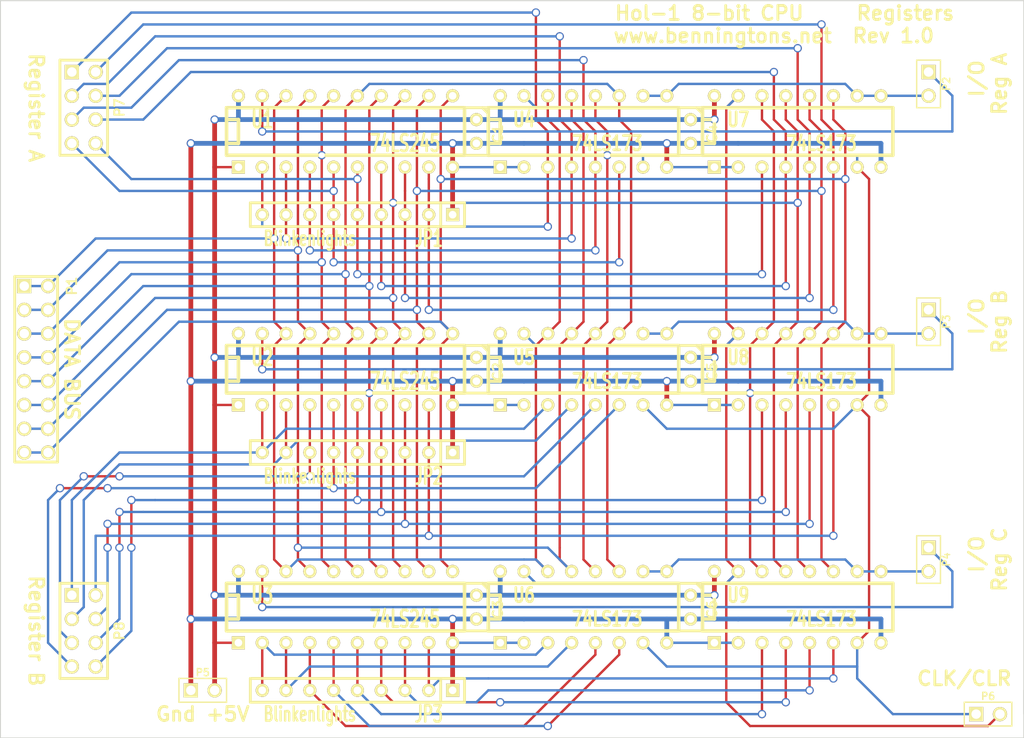
<source format=kicad_pcb>
(kicad_pcb (version 20171130) (host pcbnew 5.0.2+dfsg1-1+deb10u1)

  (general
    (thickness 1.6)
    (drawings 15)
    (tracks 580)
    (zones 0)
    (modules 26)
    (nets 43)
  )

  (page A4)
  (title_block
    (title "Hol-1 8-bit CPU - Registers A, B and C")
    (company www.benningtons.net)
  )

  (layers
    (0 F.Cu signal)
    (31 B.Cu signal)
    (32 B.Adhes user)
    (33 F.Adhes user)
    (34 B.Paste user)
    (35 F.Paste user)
    (36 B.SilkS user)
    (37 F.SilkS user)
    (38 B.Mask user)
    (39 F.Mask user)
    (40 Dwgs.User user)
    (41 Cmts.User user)
    (42 Eco1.User user)
    (43 Eco2.User user)
    (44 Edge.Cuts user)
  )

  (setup
    (last_trace_width 0.254)
    (user_trace_width 0.508)
    (trace_clearance 0.254)
    (zone_clearance 0.508)
    (zone_45_only no)
    (trace_min 0.254)
    (segment_width 0.2)
    (edge_width 0.1)
    (via_size 0.889)
    (via_drill 0.635)
    (via_min_size 0.889)
    (via_min_drill 0.508)
    (uvia_size 0.508)
    (uvia_drill 0.127)
    (uvias_allowed no)
    (uvia_min_size 0.508)
    (uvia_min_drill 0.127)
    (pcb_text_width 0.3)
    (pcb_text_size 1.5 1.5)
    (mod_edge_width 0.375)
    (mod_text_size 1 1)
    (mod_text_width 0.15)
    (pad_size 1.524 1.524)
    (pad_drill 1.016)
    (pad_to_mask_clearance 0)
    (solder_mask_min_width 0.25)
    (aux_axis_origin 86.36 63.5)
    (visible_elements FFFFFF3F)
    (pcbplotparams
      (layerselection 0x00030_80000001)
      (usegerberextensions true)
      (usegerberattributes false)
      (usegerberadvancedattributes false)
      (creategerberjobfile false)
      (excludeedgelayer true)
      (linewidth 0.150000)
      (plotframeref false)
      (viasonmask false)
      (mode 1)
      (useauxorigin false)
      (hpglpennumber 1)
      (hpglpenspeed 20)
      (hpglpendiameter 15.000000)
      (psnegative false)
      (psa4output false)
      (plotreference true)
      (plotvalue true)
      (plotinvisibletext false)
      (padsonsilk false)
      (subtractmaskfromsilk false)
      (outputformat 1)
      (mirror false)
      (drillshape 1)
      (scaleselection 1)
      (outputdirectory ""))
  )

  (net 0 "")
  (net 1 +5V)
  (net 2 /A1)
  (net 3 /A2)
  (net 4 /A3)
  (net 5 /A4)
  (net 6 /A5)
  (net 7 /A6)
  (net 8 /A7)
  (net 9 /A8)
  (net 10 /B1)
  (net 11 /B2)
  (net 12 /B3)
  (net 13 /B4)
  (net 14 /B5)
  (net 15 /B6)
  (net 16 /B7)
  (net 17 /B8)
  (net 18 /C1)
  (net 19 /C2)
  (net 20 /C3)
  (net 21 /C4)
  (net 22 /C5)
  (net 23 /C6)
  (net 24 /C7)
  (net 25 /C8)
  (net 26 /CLK)
  (net 27 /CLR)
  (net 28 /DB1)
  (net 29 /DB2)
  (net 30 /DB3)
  (net 31 /DB4)
  (net 32 /DB5)
  (net 33 /DB6)
  (net 34 /DB7)
  (net 35 /DB8)
  (net 36 /IN-A)
  (net 37 /IN-B)
  (net 38 /IN-C)
  (net 39 /OUTA)
  (net 40 /OUTB)
  (net 41 /OUTC)
  (net 42 GND)

  (net_class Default "This is the default net class."
    (clearance 0.254)
    (trace_width 0.254)
    (via_dia 0.889)
    (via_drill 0.635)
    (uvia_dia 0.508)
    (uvia_drill 0.127)
    (add_net +5V)
    (add_net /A1)
    (add_net /A2)
    (add_net /A3)
    (add_net /A4)
    (add_net /A5)
    (add_net /A6)
    (add_net /A7)
    (add_net /A8)
    (add_net /B1)
    (add_net /B2)
    (add_net /B3)
    (add_net /B4)
    (add_net /B5)
    (add_net /B6)
    (add_net /B7)
    (add_net /B8)
    (add_net /C1)
    (add_net /C2)
    (add_net /C3)
    (add_net /C4)
    (add_net /C5)
    (add_net /C6)
    (add_net /C7)
    (add_net /C8)
    (add_net /CLK)
    (add_net /CLR)
    (add_net /DB1)
    (add_net /DB2)
    (add_net /DB3)
    (add_net /DB4)
    (add_net /DB5)
    (add_net /DB6)
    (add_net /DB7)
    (add_net /DB8)
    (add_net /IN-A)
    (add_net /IN-B)
    (add_net /IN-C)
    (add_net /OUTA)
    (add_net /OUTB)
    (add_net /OUTC)
    (add_net GND)
  )

  (module SIL-9 placed (layer F.Cu) (tedit 200000) (tstamp 5C91730F)
    (at 124.46 137.16 180)
    (descr "Connecteur 9 pins")
    (tags "CONN DEV")
    (path /5C917017)
    (fp_text reference JP3 (at -7.62 -2.54 180) (layer F.SilkS)
      (effects (font (size 1.72974 1.08712) (thickness 0.3048)))
    )
    (fp_text value Blinkenlights (at 5.08 -2.54 180) (layer F.SilkS)
      (effects (font (size 1.524 1.016) (thickness 0.3048)))
    )
    (fp_line (start 11.43 -1.27) (end 11.43 1.27) (layer F.SilkS) (width 0.3048))
    (fp_line (start 11.43 1.27) (end -11.43 1.27) (layer F.SilkS) (width 0.3048))
    (fp_line (start -11.43 1.27) (end -11.43 -1.27) (layer F.SilkS) (width 0.3048))
    (fp_line (start 11.43 -1.27) (end -11.43 -1.27) (layer F.SilkS) (width 0.3048))
    (fp_line (start -8.89 -1.27) (end -8.89 1.27) (layer F.SilkS) (width 0.3048))
    (pad 1 thru_hole rect (at -10.16 0 180) (size 1.397 1.397) (drill 0.8128) (layers *.Cu *.Mask F.SilkS)
      (net 42 GND))
    (pad 2 thru_hole circle (at -7.62 0 180) (size 1.397 1.397) (drill 0.8128) (layers *.Cu *.Mask F.SilkS)
      (net 25 /C8))
    (pad 3 thru_hole circle (at -5.08 0 180) (size 1.397 1.397) (drill 0.8128) (layers *.Cu *.Mask F.SilkS)
      (net 24 /C7))
    (pad 4 thru_hole circle (at -2.54 0 180) (size 1.397 1.397) (drill 0.8128) (layers *.Cu *.Mask F.SilkS)
      (net 23 /C6))
    (pad 5 thru_hole circle (at 0 0 180) (size 1.397 1.397) (drill 0.8128) (layers *.Cu *.Mask F.SilkS)
      (net 22 /C5))
    (pad 6 thru_hole circle (at 2.54 0 180) (size 1.397 1.397) (drill 0.8128) (layers *.Cu *.Mask F.SilkS)
      (net 21 /C4))
    (pad 7 thru_hole circle (at 5.08 0 180) (size 1.397 1.397) (drill 0.8128) (layers *.Cu *.Mask F.SilkS)
      (net 20 /C3))
    (pad 8 thru_hole circle (at 7.62 0 180) (size 1.397 1.397) (drill 0.8128) (layers *.Cu *.Mask F.SilkS)
      (net 19 /C2))
    (pad 9 thru_hole circle (at 10.16 0 180) (size 1.397 1.397) (drill 0.8128) (layers *.Cu *.Mask F.SilkS)
      (net 18 /C1))
  )

  (module SIL-9 placed (layer F.Cu) (tedit 200000) (tstamp 5C917321)
    (at 124.46 111.76 180)
    (descr "Connecteur 9 pins")
    (tags "CONN DEV")
    (path /5C916EC8)
    (fp_text reference JP2 (at -7.62 -2.54 180) (layer F.SilkS)
      (effects (font (size 1.72974 1.08712) (thickness 0.3048)))
    )
    (fp_text value Blinkenlights (at 5.08 -2.54 180) (layer F.SilkS)
      (effects (font (size 1.524 1.016) (thickness 0.3048)))
    )
    (fp_line (start 11.43 -1.27) (end 11.43 1.27) (layer F.SilkS) (width 0.3048))
    (fp_line (start 11.43 1.27) (end -11.43 1.27) (layer F.SilkS) (width 0.3048))
    (fp_line (start -11.43 1.27) (end -11.43 -1.27) (layer F.SilkS) (width 0.3048))
    (fp_line (start 11.43 -1.27) (end -11.43 -1.27) (layer F.SilkS) (width 0.3048))
    (fp_line (start -8.89 -1.27) (end -8.89 1.27) (layer F.SilkS) (width 0.3048))
    (pad 1 thru_hole rect (at -10.16 0 180) (size 1.397 1.397) (drill 0.8128) (layers *.Cu *.Mask F.SilkS)
      (net 42 GND))
    (pad 2 thru_hole circle (at -7.62 0 180) (size 1.397 1.397) (drill 0.8128) (layers *.Cu *.Mask F.SilkS)
      (net 17 /B8))
    (pad 3 thru_hole circle (at -5.08 0 180) (size 1.397 1.397) (drill 0.8128) (layers *.Cu *.Mask F.SilkS)
      (net 16 /B7))
    (pad 4 thru_hole circle (at -2.54 0 180) (size 1.397 1.397) (drill 0.8128) (layers *.Cu *.Mask F.SilkS)
      (net 15 /B6))
    (pad 5 thru_hole circle (at 0 0 180) (size 1.397 1.397) (drill 0.8128) (layers *.Cu *.Mask F.SilkS)
      (net 14 /B5))
    (pad 6 thru_hole circle (at 2.54 0 180) (size 1.397 1.397) (drill 0.8128) (layers *.Cu *.Mask F.SilkS)
      (net 13 /B4))
    (pad 7 thru_hole circle (at 5.08 0 180) (size 1.397 1.397) (drill 0.8128) (layers *.Cu *.Mask F.SilkS)
      (net 12 /B3))
    (pad 8 thru_hole circle (at 7.62 0 180) (size 1.397 1.397) (drill 0.8128) (layers *.Cu *.Mask F.SilkS)
      (net 11 /B2))
    (pad 9 thru_hole circle (at 10.16 0 180) (size 1.397 1.397) (drill 0.8128) (layers *.Cu *.Mask F.SilkS)
      (net 10 /B1))
  )

  (module SIL-9 placed (layer F.Cu) (tedit 200000) (tstamp 5C917333)
    (at 124.46 86.36 180)
    (descr "Connecteur 9 pins")
    (tags "CONN DEV")
    (path /5C8D72F1)
    (fp_text reference JP1 (at -7.62 -2.54 180) (layer F.SilkS)
      (effects (font (size 1.72974 1.08712) (thickness 0.3048)))
    )
    (fp_text value Blinkenlights (at 5.08 -2.54 180) (layer F.SilkS)
      (effects (font (size 1.524 1.016) (thickness 0.3048)))
    )
    (fp_line (start 11.43 -1.27) (end 11.43 1.27) (layer F.SilkS) (width 0.3048))
    (fp_line (start 11.43 1.27) (end -11.43 1.27) (layer F.SilkS) (width 0.3048))
    (fp_line (start -11.43 1.27) (end -11.43 -1.27) (layer F.SilkS) (width 0.3048))
    (fp_line (start 11.43 -1.27) (end -11.43 -1.27) (layer F.SilkS) (width 0.3048))
    (fp_line (start -8.89 -1.27) (end -8.89 1.27) (layer F.SilkS) (width 0.3048))
    (pad 1 thru_hole rect (at -10.16 0 180) (size 1.397 1.397) (drill 0.8128) (layers *.Cu *.Mask F.SilkS)
      (net 42 GND))
    (pad 2 thru_hole circle (at -7.62 0 180) (size 1.397 1.397) (drill 0.8128) (layers *.Cu *.Mask F.SilkS)
      (net 9 /A8))
    (pad 3 thru_hole circle (at -5.08 0 180) (size 1.397 1.397) (drill 0.8128) (layers *.Cu *.Mask F.SilkS)
      (net 8 /A7))
    (pad 4 thru_hole circle (at -2.54 0 180) (size 1.397 1.397) (drill 0.8128) (layers *.Cu *.Mask F.SilkS)
      (net 7 /A6))
    (pad 5 thru_hole circle (at 0 0 180) (size 1.397 1.397) (drill 0.8128) (layers *.Cu *.Mask F.SilkS)
      (net 6 /A5))
    (pad 6 thru_hole circle (at 2.54 0 180) (size 1.397 1.397) (drill 0.8128) (layers *.Cu *.Mask F.SilkS)
      (net 5 /A4))
    (pad 7 thru_hole circle (at 5.08 0 180) (size 1.397 1.397) (drill 0.8128) (layers *.Cu *.Mask F.SilkS)
      (net 4 /A3))
    (pad 8 thru_hole circle (at 7.62 0 180) (size 1.397 1.397) (drill 0.8128) (layers *.Cu *.Mask F.SilkS)
      (net 3 /A2))
    (pad 9 thru_hole circle (at 10.16 0 180) (size 1.397 1.397) (drill 0.8128) (layers *.Cu *.Mask F.SilkS)
      (net 2 /A1))
  )

  (module pin_array_8x2 placed (layer F.Cu) (tedit 5C9692AC) (tstamp 5C9692B0)
    (at 90.17 102.87 270)
    (descr "Double rangee de contacts 2 x 8 pins")
    (tags CONN)
    (path /5C8D7274)
    (fp_text reference P1 (at -8.89 -3.81 270) (layer F.SilkS)
      (effects (font (size 1.016 1.016) (thickness 0.2032)))
    )
    (fp_text value "DATA BUS" (at 1.27 -3.81 270) (layer F.SilkS) hide
      (effects (font (size 1.016 1.016) (thickness 0.2032)))
    )
    (fp_line (start -9.906 2.286) (end -9.906 -2.286) (layer F.SilkS) (width 0.3048))
    (fp_line (start -9.906 -2.286) (end 9.906 -2.286) (layer F.SilkS) (width 0.3048))
    (fp_line (start 9.906 -2.286) (end 9.906 2.286) (layer F.SilkS) (width 0.3048))
    (fp_line (start 9.906 2.286) (end -9.906 2.286) (layer F.SilkS) (width 0.3048))
    (pad 1 thru_hole rect (at -8.89 1.27 270) (size 1.524 1.524) (drill 1.016) (layers *.Cu *.Mask F.SilkS)
      (net 28 /DB1))
    (pad 2 thru_hole circle (at -8.89 -1.27 270) (size 1.524 1.524) (drill 1.016) (layers *.Cu *.Mask F.SilkS)
      (net 28 /DB1))
    (pad 3 thru_hole circle (at -6.35 1.27 270) (size 1.524 1.524) (drill 1.016) (layers *.Cu *.Mask F.SilkS)
      (net 29 /DB2))
    (pad 4 thru_hole circle (at -6.35 -1.27 270) (size 1.524 1.524) (drill 1.016) (layers *.Cu *.Mask F.SilkS)
      (net 29 /DB2))
    (pad 5 thru_hole circle (at -3.81 1.27 270) (size 1.524 1.524) (drill 1.016) (layers *.Cu *.Mask F.SilkS)
      (net 30 /DB3))
    (pad 6 thru_hole circle (at -3.81 -1.27 270) (size 1.524 1.524) (drill 1.016) (layers *.Cu *.Mask F.SilkS)
      (net 30 /DB3))
    (pad 7 thru_hole circle (at -1.27 1.27 270) (size 1.524 1.524) (drill 1.016) (layers *.Cu *.Mask F.SilkS)
      (net 31 /DB4))
    (pad 8 thru_hole circle (at -1.27 -1.27 270) (size 1.524 1.524) (drill 1.016) (layers *.Cu *.Mask F.SilkS)
      (net 31 /DB4))
    (pad 9 thru_hole circle (at 1.27 1.27 270) (size 1.524 1.524) (drill 1.016) (layers *.Cu *.Mask F.SilkS)
      (net 32 /DB5))
    (pad 10 thru_hole circle (at 1.27 -1.27 270) (size 1.524 1.524) (drill 1.016) (layers *.Cu *.Mask F.SilkS)
      (net 32 /DB5))
    (pad 11 thru_hole circle (at 3.81 1.27 270) (size 1.524 1.524) (drill 1.016) (layers *.Cu *.Mask F.SilkS)
      (net 33 /DB6))
    (pad 12 thru_hole circle (at 3.81 -1.27 270) (size 1.524 1.524) (drill 1.016) (layers *.Cu *.Mask F.SilkS)
      (net 33 /DB6))
    (pad 13 thru_hole circle (at 6.35 1.27 270) (size 1.524 1.524) (drill 1.016) (layers *.Cu *.Mask F.SilkS)
      (net 34 /DB7))
    (pad 14 thru_hole circle (at 6.35 -1.27 270) (size 1.524 1.524) (drill 1.016) (layers *.Cu *.Mask F.SilkS)
      (net 34 /DB7))
    (pad 15 thru_hole circle (at 8.89 1.27 270) (size 1.524 1.524) (drill 1.016) (layers *.Cu *.Mask F.SilkS)
      (net 35 /DB8))
    (pad 16 thru_hole circle (at 8.89 -1.27 270) (size 1.524 1.524) (drill 1.016) (layers *.Cu *.Mask F.SilkS)
      (net 35 /DB8))
    (model pin_array/pins_array_8x2.wrl
      (at (xyz 0 0 0))
      (scale (xyz 1 1 1))
      (rotate (xyz 0 0 0))
    )
  )

  (module pin_array_4x2 placed (layer F.Cu) (tedit 3FAB90E6) (tstamp 5C91735B)
    (at 95.25 74.93 270)
    (descr "Double rangee de contacts 2 x 4 pins")
    (tags CONN)
    (path /5C8E9599)
    (fp_text reference P7 (at 0 -3.81 270) (layer F.SilkS)
      (effects (font (size 1.016 1.016) (thickness 0.2032)))
    )
    (fp_text value "REGISTER A LINK" (at 0 3.81 270) (layer F.SilkS) hide
      (effects (font (size 1.016 1.016) (thickness 0.2032)))
    )
    (fp_line (start -5.08 -2.54) (end 5.08 -2.54) (layer F.SilkS) (width 0.3048))
    (fp_line (start 5.08 -2.54) (end 5.08 2.54) (layer F.SilkS) (width 0.3048))
    (fp_line (start 5.08 2.54) (end -5.08 2.54) (layer F.SilkS) (width 0.3048))
    (fp_line (start -5.08 2.54) (end -5.08 -2.54) (layer F.SilkS) (width 0.3048))
    (pad 1 thru_hole rect (at -3.81 1.27 270) (size 1.524 1.524) (drill 1.016) (layers *.Cu *.Mask F.SilkS)
      (net 2 /A1))
    (pad 2 thru_hole circle (at -3.81 -1.27 270) (size 1.524 1.524) (drill 1.016) (layers *.Cu *.Mask F.SilkS)
      (net 9 /A8))
    (pad 3 thru_hole circle (at -1.27 1.27 270) (size 1.524 1.524) (drill 1.016) (layers *.Cu *.Mask F.SilkS)
      (net 3 /A2))
    (pad 4 thru_hole circle (at -1.27 -1.27 270) (size 1.524 1.524) (drill 1.016) (layers *.Cu *.Mask F.SilkS)
      (net 8 /A7))
    (pad 5 thru_hole circle (at 1.27 1.27 270) (size 1.524 1.524) (drill 1.016) (layers *.Cu *.Mask F.SilkS)
      (net 4 /A3))
    (pad 6 thru_hole circle (at 1.27 -1.27 270) (size 1.524 1.524) (drill 1.016) (layers *.Cu *.Mask F.SilkS)
      (net 7 /A6))
    (pad 7 thru_hole circle (at 3.81 1.27 270) (size 1.524 1.524) (drill 1.016) (layers *.Cu *.Mask F.SilkS)
      (net 5 /A4))
    (pad 8 thru_hole circle (at 3.81 -1.27 270) (size 1.524 1.524) (drill 1.016) (layers *.Cu *.Mask F.SilkS)
      (net 6 /A5))
    (model pin_array/pins_array_4x2.wrl
      (at (xyz 0 0 0))
      (scale (xyz 1 1 1))
      (rotate (xyz 0 0 0))
    )
  )

  (module pin_array_4x2 placed (layer F.Cu) (tedit 3FAB90E6) (tstamp 5C91736B)
    (at 95.25 130.81 270)
    (descr "Double rangee de contacts 2 x 4 pins")
    (tags CONN)
    (path /5C916E05)
    (fp_text reference P8 (at 0 -3.81 270) (layer F.SilkS)
      (effects (font (size 1.016 1.016) (thickness 0.2032)))
    )
    (fp_text value "REGISTER B LINK" (at 0 3.81 270) (layer F.SilkS) hide
      (effects (font (size 1.016 1.016) (thickness 0.2032)))
    )
    (fp_line (start -5.08 -2.54) (end 5.08 -2.54) (layer F.SilkS) (width 0.3048))
    (fp_line (start 5.08 -2.54) (end 5.08 2.54) (layer F.SilkS) (width 0.3048))
    (fp_line (start 5.08 2.54) (end -5.08 2.54) (layer F.SilkS) (width 0.3048))
    (fp_line (start -5.08 2.54) (end -5.08 -2.54) (layer F.SilkS) (width 0.3048))
    (pad 1 thru_hole rect (at -3.81 1.27 270) (size 1.524 1.524) (drill 1.016) (layers *.Cu *.Mask F.SilkS)
      (net 10 /B1))
    (pad 2 thru_hole circle (at -3.81 -1.27 270) (size 1.524 1.524) (drill 1.016) (layers *.Cu *.Mask F.SilkS)
      (net 17 /B8))
    (pad 3 thru_hole circle (at -1.27 1.27 270) (size 1.524 1.524) (drill 1.016) (layers *.Cu *.Mask F.SilkS)
      (net 11 /B2))
    (pad 4 thru_hole circle (at -1.27 -1.27 270) (size 1.524 1.524) (drill 1.016) (layers *.Cu *.Mask F.SilkS)
      (net 16 /B7))
    (pad 5 thru_hole circle (at 1.27 1.27 270) (size 1.524 1.524) (drill 1.016) (layers *.Cu *.Mask F.SilkS)
      (net 12 /B3))
    (pad 6 thru_hole circle (at 1.27 -1.27 270) (size 1.524 1.524) (drill 1.016) (layers *.Cu *.Mask F.SilkS)
      (net 15 /B6))
    (pad 7 thru_hole circle (at 3.81 1.27 270) (size 1.524 1.524) (drill 1.016) (layers *.Cu *.Mask F.SilkS)
      (net 13 /B4))
    (pad 8 thru_hole circle (at 3.81 -1.27 270) (size 1.524 1.524) (drill 1.016) (layers *.Cu *.Mask F.SilkS)
      (net 14 /B5))
    (model pin_array/pins_array_4x2.wrl
      (at (xyz 0 0 0))
      (scale (xyz 1 1 1))
      (rotate (xyz 0 0 0))
    )
  )

  (module PIN_ARRAY_2X1 placed (layer F.Cu) (tedit 4565C520) (tstamp 5C917375)
    (at 185.42 123.19 270)
    (descr "Connecteurs 2 pins")
    (tags "CONN DEV")
    (path /5C916F2A)
    (fp_text reference P4 (at 0 -1.905 270) (layer F.SilkS)
      (effects (font (size 0.762 0.762) (thickness 0.1524)))
    )
    (fp_text value REG-C-CTRL (at 0 -1.905 270) (layer F.SilkS) hide
      (effects (font (size 0.762 0.762) (thickness 0.1524)))
    )
    (fp_line (start -2.54 1.27) (end -2.54 -1.27) (layer F.SilkS) (width 0.1524))
    (fp_line (start -2.54 -1.27) (end 2.54 -1.27) (layer F.SilkS) (width 0.1524))
    (fp_line (start 2.54 -1.27) (end 2.54 1.27) (layer F.SilkS) (width 0.1524))
    (fp_line (start 2.54 1.27) (end -2.54 1.27) (layer F.SilkS) (width 0.1524))
    (pad 1 thru_hole rect (at -1.27 0 270) (size 1.524 1.524) (drill 1.016) (layers *.Cu *.Mask F.SilkS)
      (net 41 /OUTC))
    (pad 2 thru_hole circle (at 1.27 0 270) (size 1.524 1.524) (drill 1.016) (layers *.Cu *.Mask F.SilkS)
      (net 38 /IN-C))
    (model pin_array/pins_array_2x1.wrl
      (at (xyz 0 0 0))
      (scale (xyz 1 1 1))
      (rotate (xyz 0 0 0))
    )
  )

  (module PIN_ARRAY_2X1 placed (layer F.Cu) (tedit 4565C520) (tstamp 5C91737F)
    (at 191.77 139.7)
    (descr "Connecteurs 2 pins")
    (tags "CONN DEV")
    (path /5C8D7292)
    (fp_text reference P6 (at 0 -1.905) (layer F.SilkS)
      (effects (font (size 0.762 0.762) (thickness 0.1524)))
    )
    (fp_text value CTRL-ALL (at 0 -1.905) (layer F.SilkS) hide
      (effects (font (size 0.762 0.762) (thickness 0.1524)))
    )
    (fp_line (start -2.54 1.27) (end -2.54 -1.27) (layer F.SilkS) (width 0.1524))
    (fp_line (start -2.54 -1.27) (end 2.54 -1.27) (layer F.SilkS) (width 0.1524))
    (fp_line (start 2.54 -1.27) (end 2.54 1.27) (layer F.SilkS) (width 0.1524))
    (fp_line (start 2.54 1.27) (end -2.54 1.27) (layer F.SilkS) (width 0.1524))
    (pad 1 thru_hole rect (at -1.27 0) (size 1.524 1.524) (drill 1.016) (layers *.Cu *.Mask F.SilkS)
      (net 26 /CLK))
    (pad 2 thru_hole circle (at 1.27 0) (size 1.524 1.524) (drill 1.016) (layers *.Cu *.Mask F.SilkS)
      (net 27 /CLR))
    (model pin_array/pins_array_2x1.wrl
      (at (xyz 0 0 0))
      (scale (xyz 1 1 1))
      (rotate (xyz 0 0 0))
    )
  )

  (module PIN_ARRAY_2X1 placed (layer F.Cu) (tedit 4565C520) (tstamp 5C917389)
    (at 185.42 72.39 270)
    (descr "Connecteurs 2 pins")
    (tags "CONN DEV")
    (path /5C8D7298)
    (fp_text reference P2 (at 0 -1.905 270) (layer F.SilkS)
      (effects (font (size 0.762 0.762) (thickness 0.1524)))
    )
    (fp_text value REG-A-CTRL (at 0 -1.905 270) (layer F.SilkS) hide
      (effects (font (size 0.762 0.762) (thickness 0.1524)))
    )
    (fp_line (start -2.54 1.27) (end -2.54 -1.27) (layer F.SilkS) (width 0.1524))
    (fp_line (start -2.54 -1.27) (end 2.54 -1.27) (layer F.SilkS) (width 0.1524))
    (fp_line (start 2.54 -1.27) (end 2.54 1.27) (layer F.SilkS) (width 0.1524))
    (fp_line (start 2.54 1.27) (end -2.54 1.27) (layer F.SilkS) (width 0.1524))
    (pad 1 thru_hole rect (at -1.27 0 270) (size 1.524 1.524) (drill 1.016) (layers *.Cu *.Mask F.SilkS)
      (net 39 /OUTA))
    (pad 2 thru_hole circle (at 1.27 0 270) (size 1.524 1.524) (drill 1.016) (layers *.Cu *.Mask F.SilkS)
      (net 36 /IN-A))
    (model pin_array/pins_array_2x1.wrl
      (at (xyz 0 0 0))
      (scale (xyz 1 1 1))
      (rotate (xyz 0 0 0))
    )
  )

  (module PIN_ARRAY_2X1 placed (layer F.Cu) (tedit 4565C520) (tstamp 5C917393)
    (at 107.95 137.16)
    (descr "Connecteurs 2 pins")
    (tags "CONN DEV")
    (path /5C8D7285)
    (fp_text reference P5 (at 0 -1.905) (layer F.SilkS)
      (effects (font (size 0.762 0.762) (thickness 0.1524)))
    )
    (fp_text value POWER (at 0 -1.905) (layer F.SilkS) hide
      (effects (font (size 0.762 0.762) (thickness 0.1524)))
    )
    (fp_line (start -2.54 1.27) (end -2.54 -1.27) (layer F.SilkS) (width 0.1524))
    (fp_line (start -2.54 -1.27) (end 2.54 -1.27) (layer F.SilkS) (width 0.1524))
    (fp_line (start 2.54 -1.27) (end 2.54 1.27) (layer F.SilkS) (width 0.1524))
    (fp_line (start 2.54 1.27) (end -2.54 1.27) (layer F.SilkS) (width 0.1524))
    (pad 1 thru_hole rect (at -1.27 0) (size 1.524 1.524) (drill 1.016) (layers *.Cu *.Mask F.SilkS)
      (net 42 GND))
    (pad 2 thru_hole circle (at 1.27 0) (size 1.524 1.524) (drill 1.016) (layers *.Cu *.Mask F.SilkS)
      (net 1 +5V))
    (model pin_array/pins_array_2x1.wrl
      (at (xyz 0 0 0))
      (scale (xyz 1 1 1))
      (rotate (xyz 0 0 0))
    )
  )

  (module PIN_ARRAY_2X1 placed (layer F.Cu) (tedit 4565C520) (tstamp 5C91739D)
    (at 185.42 97.79 270)
    (descr "Connecteurs 2 pins")
    (tags "CONN DEV")
    (path /5C916DDB)
    (fp_text reference P3 (at 0 -1.905 270) (layer F.SilkS)
      (effects (font (size 0.762 0.762) (thickness 0.1524)))
    )
    (fp_text value REG-B-CTRL (at 0 -1.905 270) (layer F.SilkS) hide
      (effects (font (size 0.762 0.762) (thickness 0.1524)))
    )
    (fp_line (start -2.54 1.27) (end -2.54 -1.27) (layer F.SilkS) (width 0.1524))
    (fp_line (start -2.54 -1.27) (end 2.54 -1.27) (layer F.SilkS) (width 0.1524))
    (fp_line (start 2.54 -1.27) (end 2.54 1.27) (layer F.SilkS) (width 0.1524))
    (fp_line (start 2.54 1.27) (end -2.54 1.27) (layer F.SilkS) (width 0.1524))
    (pad 1 thru_hole rect (at -1.27 0 270) (size 1.524 1.524) (drill 1.016) (layers *.Cu *.Mask F.SilkS)
      (net 40 /OUTB))
    (pad 2 thru_hole circle (at 1.27 0 270) (size 1.524 1.524) (drill 1.016) (layers *.Cu *.Mask F.SilkS)
      (net 37 /IN-B))
    (model pin_array/pins_array_2x1.wrl
      (at (xyz 0 0 0))
      (scale (xyz 1 1 1))
      (rotate (xyz 0 0 0))
    )
  )

  (module C1 placed (layer F.Cu) (tedit 3F92C496) (tstamp 5C9174AD)
    (at 160.02 128.27 270)
    (descr "Condensateur e = 1 pas")
    (tags C)
    (path /5C8D72E9)
    (fp_text reference C6 (at 0.254 -2.286 270) (layer F.SilkS)
      (effects (font (size 1.016 1.016) (thickness 0.2032)))
    )
    (fp_text value 100nF (at 0 -2.286 270) (layer F.SilkS) hide
      (effects (font (size 1.016 1.016) (thickness 0.2032)))
    )
    (fp_line (start -2.4892 -1.27) (end 2.54 -1.27) (layer F.SilkS) (width 0.3048))
    (fp_line (start 2.54 -1.27) (end 2.54 1.27) (layer F.SilkS) (width 0.3048))
    (fp_line (start 2.54 1.27) (end -2.54 1.27) (layer F.SilkS) (width 0.3048))
    (fp_line (start -2.54 1.27) (end -2.54 -1.27) (layer F.SilkS) (width 0.3048))
    (fp_line (start -2.54 -0.635) (end -1.905 -1.27) (layer F.SilkS) (width 0.3048))
    (pad 1 thru_hole circle (at -1.27 0 270) (size 1.397 1.397) (drill 0.8128) (layers *.Cu *.Mask F.SilkS)
      (net 1 +5V))
    (pad 2 thru_hole circle (at 1.27 0 270) (size 1.397 1.397) (drill 0.8128) (layers *.Cu *.Mask F.SilkS)
      (net 42 GND))
    (model discret/capa_1_pas.wrl
      (at (xyz 0 0 0))
      (scale (xyz 1 1 1))
      (rotate (xyz 0 0 0))
    )
  )

  (module C1 placed (layer F.Cu) (tedit 3F92C496) (tstamp 5C9174B8)
    (at 160.02 102.87 270)
    (descr "Condensateur e = 1 pas")
    (tags C)
    (path /5C8D72E3)
    (fp_text reference C5 (at 0.254 -2.286 270) (layer F.SilkS)
      (effects (font (size 1.016 1.016) (thickness 0.2032)))
    )
    (fp_text value 100nF (at 0 -2.286 270) (layer F.SilkS) hide
      (effects (font (size 1.016 1.016) (thickness 0.2032)))
    )
    (fp_line (start -2.4892 -1.27) (end 2.54 -1.27) (layer F.SilkS) (width 0.3048))
    (fp_line (start 2.54 -1.27) (end 2.54 1.27) (layer F.SilkS) (width 0.3048))
    (fp_line (start 2.54 1.27) (end -2.54 1.27) (layer F.SilkS) (width 0.3048))
    (fp_line (start -2.54 1.27) (end -2.54 -1.27) (layer F.SilkS) (width 0.3048))
    (fp_line (start -2.54 -0.635) (end -1.905 -1.27) (layer F.SilkS) (width 0.3048))
    (pad 1 thru_hole circle (at -1.27 0 270) (size 1.397 1.397) (drill 0.8128) (layers *.Cu *.Mask F.SilkS)
      (net 1 +5V))
    (pad 2 thru_hole circle (at 1.27 0 270) (size 1.397 1.397) (drill 0.8128) (layers *.Cu *.Mask F.SilkS)
      (net 42 GND))
    (model discret/capa_1_pas.wrl
      (at (xyz 0 0 0))
      (scale (xyz 1 1 1))
      (rotate (xyz 0 0 0))
    )
  )

  (module C1 placed (layer F.Cu) (tedit 3F92C496) (tstamp 5C9174C3)
    (at 160.02 77.47 270)
    (descr "Condensateur e = 1 pas")
    (tags C)
    (path /5C8D72DD)
    (fp_text reference C4 (at 0.254 -2.286 270) (layer F.SilkS)
      (effects (font (size 1.016 1.016) (thickness 0.2032)))
    )
    (fp_text value 100nF (at 0 -2.286 270) (layer F.SilkS) hide
      (effects (font (size 1.016 1.016) (thickness 0.2032)))
    )
    (fp_line (start -2.4892 -1.27) (end 2.54 -1.27) (layer F.SilkS) (width 0.3048))
    (fp_line (start 2.54 -1.27) (end 2.54 1.27) (layer F.SilkS) (width 0.3048))
    (fp_line (start 2.54 1.27) (end -2.54 1.27) (layer F.SilkS) (width 0.3048))
    (fp_line (start -2.54 1.27) (end -2.54 -1.27) (layer F.SilkS) (width 0.3048))
    (fp_line (start -2.54 -0.635) (end -1.905 -1.27) (layer F.SilkS) (width 0.3048))
    (pad 1 thru_hole circle (at -1.27 0 270) (size 1.397 1.397) (drill 0.8128) (layers *.Cu *.Mask F.SilkS)
      (net 1 +5V))
    (pad 2 thru_hole circle (at 1.27 0 270) (size 1.397 1.397) (drill 0.8128) (layers *.Cu *.Mask F.SilkS)
      (net 42 GND))
    (model discret/capa_1_pas.wrl
      (at (xyz 0 0 0))
      (scale (xyz 1 1 1))
      (rotate (xyz 0 0 0))
    )
  )

  (module C1 placed (layer F.Cu) (tedit 3F92C496) (tstamp 5C9174CE)
    (at 137.16 128.27 270)
    (descr "Condensateur e = 1 pas")
    (tags C)
    (path /5C8D72D7)
    (fp_text reference C3 (at 0.254 -2.286 270) (layer F.SilkS)
      (effects (font (size 1.016 1.016) (thickness 0.2032)))
    )
    (fp_text value 100nF (at 0 -2.286 270) (layer F.SilkS) hide
      (effects (font (size 1.016 1.016) (thickness 0.2032)))
    )
    (fp_line (start -2.4892 -1.27) (end 2.54 -1.27) (layer F.SilkS) (width 0.3048))
    (fp_line (start 2.54 -1.27) (end 2.54 1.27) (layer F.SilkS) (width 0.3048))
    (fp_line (start 2.54 1.27) (end -2.54 1.27) (layer F.SilkS) (width 0.3048))
    (fp_line (start -2.54 1.27) (end -2.54 -1.27) (layer F.SilkS) (width 0.3048))
    (fp_line (start -2.54 -0.635) (end -1.905 -1.27) (layer F.SilkS) (width 0.3048))
    (pad 1 thru_hole circle (at -1.27 0 270) (size 1.397 1.397) (drill 0.8128) (layers *.Cu *.Mask F.SilkS)
      (net 1 +5V))
    (pad 2 thru_hole circle (at 1.27 0 270) (size 1.397 1.397) (drill 0.8128) (layers *.Cu *.Mask F.SilkS)
      (net 42 GND))
    (model discret/capa_1_pas.wrl
      (at (xyz 0 0 0))
      (scale (xyz 1 1 1))
      (rotate (xyz 0 0 0))
    )
  )

  (module C1 placed (layer F.Cu) (tedit 3F92C496) (tstamp 5C9174D9)
    (at 137.16 102.87 270)
    (descr "Condensateur e = 1 pas")
    (tags C)
    (path /5C8D72D1)
    (fp_text reference C2 (at 0.254 -2.286 270) (layer F.SilkS)
      (effects (font (size 1.016 1.016) (thickness 0.2032)))
    )
    (fp_text value 100nF (at 0 -2.286 270) (layer F.SilkS) hide
      (effects (font (size 1.016 1.016) (thickness 0.2032)))
    )
    (fp_line (start -2.4892 -1.27) (end 2.54 -1.27) (layer F.SilkS) (width 0.3048))
    (fp_line (start 2.54 -1.27) (end 2.54 1.27) (layer F.SilkS) (width 0.3048))
    (fp_line (start 2.54 1.27) (end -2.54 1.27) (layer F.SilkS) (width 0.3048))
    (fp_line (start -2.54 1.27) (end -2.54 -1.27) (layer F.SilkS) (width 0.3048))
    (fp_line (start -2.54 -0.635) (end -1.905 -1.27) (layer F.SilkS) (width 0.3048))
    (pad 1 thru_hole circle (at -1.27 0 270) (size 1.397 1.397) (drill 0.8128) (layers *.Cu *.Mask F.SilkS)
      (net 1 +5V))
    (pad 2 thru_hole circle (at 1.27 0 270) (size 1.397 1.397) (drill 0.8128) (layers *.Cu *.Mask F.SilkS)
      (net 42 GND))
    (model discret/capa_1_pas.wrl
      (at (xyz 0 0 0))
      (scale (xyz 1 1 1))
      (rotate (xyz 0 0 0))
    )
  )

  (module C1 placed (layer F.Cu) (tedit 3F92C496) (tstamp 5C9174E4)
    (at 137.16 77.47 270)
    (descr "Condensateur e = 1 pas")
    (tags C)
    (path /5C8D72C4)
    (fp_text reference C1 (at 0.254 -2.286 270) (layer F.SilkS)
      (effects (font (size 1.016 1.016) (thickness 0.2032)))
    )
    (fp_text value 100nF (at 0 -2.286 270) (layer F.SilkS) hide
      (effects (font (size 1.016 1.016) (thickness 0.2032)))
    )
    (fp_line (start -2.4892 -1.27) (end 2.54 -1.27) (layer F.SilkS) (width 0.3048))
    (fp_line (start 2.54 -1.27) (end 2.54 1.27) (layer F.SilkS) (width 0.3048))
    (fp_line (start 2.54 1.27) (end -2.54 1.27) (layer F.SilkS) (width 0.3048))
    (fp_line (start -2.54 1.27) (end -2.54 -1.27) (layer F.SilkS) (width 0.3048))
    (fp_line (start -2.54 -0.635) (end -1.905 -1.27) (layer F.SilkS) (width 0.3048))
    (pad 1 thru_hole circle (at -1.27 0 270) (size 1.397 1.397) (drill 0.8128) (layers *.Cu *.Mask F.SilkS)
      (net 1 +5V))
    (pad 2 thru_hole circle (at 1.27 0 270) (size 1.397 1.397) (drill 0.8128) (layers *.Cu *.Mask F.SilkS)
      (net 42 GND))
    (model discret/capa_1_pas.wrl
      (at (xyz 0 0 0))
      (scale (xyz 1 1 1))
      (rotate (xyz 0 0 0))
    )
  )

  (module DIP-20 placed (layer F.Cu) (tedit 5C94176D) (tstamp 5C9173DB)
    (at 123.19 77.47)
    (descr "20 pins DIL package, round pads")
    (tags DIL)
    (path /5C8D7221)
    (fp_text reference U1 (at -8.89 -1.27) (layer F.SilkS)
      (effects (font (size 1.778 1.143) (thickness 0.3048)))
    )
    (fp_text value 74LS245 (at 6.35 1.27) (layer F.SilkS)
      (effects (font (size 1.778 1.143) (thickness 0.3048)))
    )
    (fp_line (start -12.7 2.54) (end 12.7 2.54) (layer F.SilkS) (width 0.375))
    (fp_line (start -12.7 -2.54) (end 12.7 -2.54) (layer F.SilkS) (width 0.375))
    (fp_line (start -12.7 -1.27) (end -11.43 -1.27) (layer F.SilkS) (width 0.381))
    (fp_line (start -11.43 -1.27) (end -11.43 1.27) (layer F.SilkS) (width 0.381))
    (fp_line (start -11.43 1.27) (end -12.7 1.27) (layer F.SilkS) (width 0.381))
    (fp_line (start 12.7 -2.54) (end 12.7 2.54) (layer F.SilkS) (width 0.381))
    (fp_line (start -12.7 2.54) (end -12.7 -2.54) (layer F.SilkS) (width 0.381))
    (pad 1 thru_hole rect (at -11.43 3.81) (size 1.397 1.397) (drill 0.8128) (layers *.Cu *.Mask F.SilkS)
      (net 1 +5V))
    (pad 2 thru_hole circle (at -8.89 3.81) (size 1.397 1.397) (drill 0.8128) (layers *.Cu *.Mask F.SilkS)
      (net 2 /A1))
    (pad 3 thru_hole circle (at -6.35 3.81) (size 1.397 1.397) (drill 0.8128) (layers *.Cu *.Mask F.SilkS)
      (net 3 /A2))
    (pad 4 thru_hole circle (at -3.81 3.81) (size 1.397 1.397) (drill 0.8128) (layers *.Cu *.Mask F.SilkS)
      (net 4 /A3))
    (pad 5 thru_hole circle (at -1.27 3.81) (size 1.397 1.397) (drill 0.8128) (layers *.Cu *.Mask F.SilkS)
      (net 5 /A4))
    (pad 6 thru_hole circle (at 1.27 3.81) (size 1.397 1.397) (drill 0.8128) (layers *.Cu *.Mask F.SilkS)
      (net 6 /A5))
    (pad 7 thru_hole circle (at 3.81 3.81) (size 1.397 1.397) (drill 0.8128) (layers *.Cu *.Mask F.SilkS)
      (net 7 /A6))
    (pad 8 thru_hole circle (at 6.35 3.81) (size 1.397 1.397) (drill 0.8128) (layers *.Cu *.Mask F.SilkS)
      (net 8 /A7))
    (pad 9 thru_hole circle (at 8.89 3.81) (size 1.397 1.397) (drill 0.8128) (layers *.Cu *.Mask F.SilkS)
      (net 9 /A8))
    (pad 10 thru_hole circle (at 11.43 3.81) (size 1.397 1.397) (drill 0.8128) (layers *.Cu *.Mask F.SilkS)
      (net 42 GND))
    (pad 11 thru_hole circle (at 11.43 -3.81) (size 1.397 1.397) (drill 0.8128) (layers *.Cu *.Mask F.SilkS)
      (net 35 /DB8))
    (pad 12 thru_hole circle (at 8.89 -3.81) (size 1.397 1.397) (drill 0.8128) (layers *.Cu *.Mask F.SilkS)
      (net 34 /DB7))
    (pad 13 thru_hole circle (at 6.35 -3.81) (size 1.397 1.397) (drill 0.8128) (layers *.Cu *.Mask F.SilkS)
      (net 33 /DB6))
    (pad 14 thru_hole circle (at 3.81 -3.81) (size 1.397 1.397) (drill 0.8128) (layers *.Cu *.Mask F.SilkS)
      (net 32 /DB5))
    (pad 15 thru_hole circle (at 1.27 -3.81) (size 1.397 1.397) (drill 0.8128) (layers *.Cu *.Mask F.SilkS)
      (net 31 /DB4))
    (pad 16 thru_hole circle (at -1.27 -3.81) (size 1.397 1.397) (drill 0.8128) (layers *.Cu *.Mask F.SilkS)
      (net 30 /DB3))
    (pad 17 thru_hole circle (at -3.81 -3.81) (size 1.397 1.397) (drill 0.8128) (layers *.Cu *.Mask F.SilkS)
      (net 29 /DB2))
    (pad 18 thru_hole circle (at -6.35 -3.81) (size 1.397 1.397) (drill 0.8128) (layers *.Cu *.Mask F.SilkS)
      (net 28 /DB1))
    (pad 19 thru_hole circle (at -8.89 -3.81) (size 1.397 1.397) (drill 0.8128) (layers *.Cu *.Mask F.SilkS)
      (net 39 /OUTA))
    (pad 20 thru_hole circle (at -11.43 -3.81) (size 1.397 1.397) (drill 0.8128) (layers *.Cu *.Mask F.SilkS)
      (net 1 +5V))
    (model dil/dil_20.wrl
      (at (xyz 0 0 0))
      (scale (xyz 1 1 1))
      (rotate (xyz 0 0 0))
    )
  )

  (module DIP-20 placed (layer F.Cu) (tedit 5C94176D) (tstamp 5C9173BC)
    (at 123.19 128.27)
    (descr "20 pins DIL package, round pads")
    (tags DIL)
    (path /5C916F12)
    (fp_text reference U3 (at -8.89 -1.27) (layer F.SilkS)
      (effects (font (size 1.778 1.143) (thickness 0.3048)))
    )
    (fp_text value 74LS245 (at 6.35 1.27) (layer F.SilkS)
      (effects (font (size 1.778 1.143) (thickness 0.3048)))
    )
    (fp_line (start -12.7 2.54) (end 12.7 2.54) (layer F.SilkS) (width 0.375))
    (fp_line (start -12.7 -2.54) (end 12.7 -2.54) (layer F.SilkS) (width 0.375))
    (fp_line (start -12.7 -1.27) (end -11.43 -1.27) (layer F.SilkS) (width 0.381))
    (fp_line (start -11.43 -1.27) (end -11.43 1.27) (layer F.SilkS) (width 0.381))
    (fp_line (start -11.43 1.27) (end -12.7 1.27) (layer F.SilkS) (width 0.381))
    (fp_line (start 12.7 -2.54) (end 12.7 2.54) (layer F.SilkS) (width 0.381))
    (fp_line (start -12.7 2.54) (end -12.7 -2.54) (layer F.SilkS) (width 0.381))
    (pad 1 thru_hole rect (at -11.43 3.81) (size 1.397 1.397) (drill 0.8128) (layers *.Cu *.Mask F.SilkS)
      (net 1 +5V))
    (pad 2 thru_hole circle (at -8.89 3.81) (size 1.397 1.397) (drill 0.8128) (layers *.Cu *.Mask F.SilkS)
      (net 18 /C1))
    (pad 3 thru_hole circle (at -6.35 3.81) (size 1.397 1.397) (drill 0.8128) (layers *.Cu *.Mask F.SilkS)
      (net 19 /C2))
    (pad 4 thru_hole circle (at -3.81 3.81) (size 1.397 1.397) (drill 0.8128) (layers *.Cu *.Mask F.SilkS)
      (net 20 /C3))
    (pad 5 thru_hole circle (at -1.27 3.81) (size 1.397 1.397) (drill 0.8128) (layers *.Cu *.Mask F.SilkS)
      (net 21 /C4))
    (pad 6 thru_hole circle (at 1.27 3.81) (size 1.397 1.397) (drill 0.8128) (layers *.Cu *.Mask F.SilkS)
      (net 22 /C5))
    (pad 7 thru_hole circle (at 3.81 3.81) (size 1.397 1.397) (drill 0.8128) (layers *.Cu *.Mask F.SilkS)
      (net 23 /C6))
    (pad 8 thru_hole circle (at 6.35 3.81) (size 1.397 1.397) (drill 0.8128) (layers *.Cu *.Mask F.SilkS)
      (net 24 /C7))
    (pad 9 thru_hole circle (at 8.89 3.81) (size 1.397 1.397) (drill 0.8128) (layers *.Cu *.Mask F.SilkS)
      (net 25 /C8))
    (pad 10 thru_hole circle (at 11.43 3.81) (size 1.397 1.397) (drill 0.8128) (layers *.Cu *.Mask F.SilkS)
      (net 42 GND))
    (pad 11 thru_hole circle (at 11.43 -3.81) (size 1.397 1.397) (drill 0.8128) (layers *.Cu *.Mask F.SilkS)
      (net 35 /DB8))
    (pad 12 thru_hole circle (at 8.89 -3.81) (size 1.397 1.397) (drill 0.8128) (layers *.Cu *.Mask F.SilkS)
      (net 34 /DB7))
    (pad 13 thru_hole circle (at 6.35 -3.81) (size 1.397 1.397) (drill 0.8128) (layers *.Cu *.Mask F.SilkS)
      (net 33 /DB6))
    (pad 14 thru_hole circle (at 3.81 -3.81) (size 1.397 1.397) (drill 0.8128) (layers *.Cu *.Mask F.SilkS)
      (net 32 /DB5))
    (pad 15 thru_hole circle (at 1.27 -3.81) (size 1.397 1.397) (drill 0.8128) (layers *.Cu *.Mask F.SilkS)
      (net 31 /DB4))
    (pad 16 thru_hole circle (at -1.27 -3.81) (size 1.397 1.397) (drill 0.8128) (layers *.Cu *.Mask F.SilkS)
      (net 30 /DB3))
    (pad 17 thru_hole circle (at -3.81 -3.81) (size 1.397 1.397) (drill 0.8128) (layers *.Cu *.Mask F.SilkS)
      (net 29 /DB2))
    (pad 18 thru_hole circle (at -6.35 -3.81) (size 1.397 1.397) (drill 0.8128) (layers *.Cu *.Mask F.SilkS)
      (net 28 /DB1))
    (pad 19 thru_hole circle (at -8.89 -3.81) (size 1.397 1.397) (drill 0.8128) (layers *.Cu *.Mask F.SilkS)
      (net 41 /OUTC))
    (pad 20 thru_hole circle (at -11.43 -3.81) (size 1.397 1.397) (drill 0.8128) (layers *.Cu *.Mask F.SilkS)
      (net 1 +5V))
    (model dil/dil_20.wrl
      (at (xyz 0 0 0))
      (scale (xyz 1 1 1))
      (rotate (xyz 0 0 0))
    )
  )

  (module DIP-20 placed (layer F.Cu) (tedit 5C94176D) (tstamp 5C9173FA)
    (at 123.19 102.87)
    (descr "20 pins DIL package, round pads")
    (tags DIL)
    (path /5C916DC3)
    (fp_text reference U2 (at -8.89 -1.27) (layer F.SilkS)
      (effects (font (size 1.778 1.143) (thickness 0.3048)))
    )
    (fp_text value 74LS245 (at 6.35 1.27) (layer F.SilkS)
      (effects (font (size 1.778 1.143) (thickness 0.3048)))
    )
    (fp_line (start -12.7 2.54) (end 12.7 2.54) (layer F.SilkS) (width 0.375))
    (fp_line (start -12.7 -2.54) (end 12.7 -2.54) (layer F.SilkS) (width 0.375))
    (fp_line (start -12.7 -1.27) (end -11.43 -1.27) (layer F.SilkS) (width 0.381))
    (fp_line (start -11.43 -1.27) (end -11.43 1.27) (layer F.SilkS) (width 0.381))
    (fp_line (start -11.43 1.27) (end -12.7 1.27) (layer F.SilkS) (width 0.381))
    (fp_line (start 12.7 -2.54) (end 12.7 2.54) (layer F.SilkS) (width 0.381))
    (fp_line (start -12.7 2.54) (end -12.7 -2.54) (layer F.SilkS) (width 0.381))
    (pad 1 thru_hole rect (at -11.43 3.81) (size 1.397 1.397) (drill 0.8128) (layers *.Cu *.Mask F.SilkS)
      (net 1 +5V))
    (pad 2 thru_hole circle (at -8.89 3.81) (size 1.397 1.397) (drill 0.8128) (layers *.Cu *.Mask F.SilkS)
      (net 10 /B1))
    (pad 3 thru_hole circle (at -6.35 3.81) (size 1.397 1.397) (drill 0.8128) (layers *.Cu *.Mask F.SilkS)
      (net 11 /B2))
    (pad 4 thru_hole circle (at -3.81 3.81) (size 1.397 1.397) (drill 0.8128) (layers *.Cu *.Mask F.SilkS)
      (net 12 /B3))
    (pad 5 thru_hole circle (at -1.27 3.81) (size 1.397 1.397) (drill 0.8128) (layers *.Cu *.Mask F.SilkS)
      (net 13 /B4))
    (pad 6 thru_hole circle (at 1.27 3.81) (size 1.397 1.397) (drill 0.8128) (layers *.Cu *.Mask F.SilkS)
      (net 14 /B5))
    (pad 7 thru_hole circle (at 3.81 3.81) (size 1.397 1.397) (drill 0.8128) (layers *.Cu *.Mask F.SilkS)
      (net 15 /B6))
    (pad 8 thru_hole circle (at 6.35 3.81) (size 1.397 1.397) (drill 0.8128) (layers *.Cu *.Mask F.SilkS)
      (net 16 /B7))
    (pad 9 thru_hole circle (at 8.89 3.81) (size 1.397 1.397) (drill 0.8128) (layers *.Cu *.Mask F.SilkS)
      (net 17 /B8))
    (pad 10 thru_hole circle (at 11.43 3.81) (size 1.397 1.397) (drill 0.8128) (layers *.Cu *.Mask F.SilkS)
      (net 42 GND))
    (pad 11 thru_hole circle (at 11.43 -3.81) (size 1.397 1.397) (drill 0.8128) (layers *.Cu *.Mask F.SilkS)
      (net 35 /DB8))
    (pad 12 thru_hole circle (at 8.89 -3.81) (size 1.397 1.397) (drill 0.8128) (layers *.Cu *.Mask F.SilkS)
      (net 34 /DB7))
    (pad 13 thru_hole circle (at 6.35 -3.81) (size 1.397 1.397) (drill 0.8128) (layers *.Cu *.Mask F.SilkS)
      (net 33 /DB6))
    (pad 14 thru_hole circle (at 3.81 -3.81) (size 1.397 1.397) (drill 0.8128) (layers *.Cu *.Mask F.SilkS)
      (net 32 /DB5))
    (pad 15 thru_hole circle (at 1.27 -3.81) (size 1.397 1.397) (drill 0.8128) (layers *.Cu *.Mask F.SilkS)
      (net 31 /DB4))
    (pad 16 thru_hole circle (at -1.27 -3.81) (size 1.397 1.397) (drill 0.8128) (layers *.Cu *.Mask F.SilkS)
      (net 30 /DB3))
    (pad 17 thru_hole circle (at -3.81 -3.81) (size 1.397 1.397) (drill 0.8128) (layers *.Cu *.Mask F.SilkS)
      (net 29 /DB2))
    (pad 18 thru_hole circle (at -6.35 -3.81) (size 1.397 1.397) (drill 0.8128) (layers *.Cu *.Mask F.SilkS)
      (net 28 /DB1))
    (pad 19 thru_hole circle (at -8.89 -3.81) (size 1.397 1.397) (drill 0.8128) (layers *.Cu *.Mask F.SilkS)
      (net 40 /OUTB))
    (pad 20 thru_hole circle (at -11.43 -3.81) (size 1.397 1.397) (drill 0.8128) (layers *.Cu *.Mask F.SilkS)
      (net 1 +5V))
    (model dil/dil_20.wrl
      (at (xyz 0 0 0))
      (scale (xyz 1 1 1))
      (rotate (xyz 0 0 0))
    )
  )

  (module DIP-16 placed (layer F.Cu) (tedit 5C941D8E) (tstamp 5C917416)
    (at 148.59 102.87)
    (descr "16 pins DIL package, round pads")
    (tags DIL)
    (path /5C916DC9)
    (fp_text reference U5 (at -6.35 -1.27) (layer F.SilkS)
      (effects (font (size 1.524 1.143) (thickness 0.3048)))
    )
    (fp_text value 74LS173 (at 2.54 1.27) (layer F.SilkS)
      (effects (font (size 1.524 1.143) (thickness 0.3048)))
    )
    (fp_line (start -10.16 2.54) (end 10.16 2.54) (layer F.SilkS) (width 0.375))
    (fp_line (start -10.16 -2.54) (end 10.16 -2.54) (layer F.SilkS) (width 0.375))
    (fp_line (start -10.16 -1.27) (end -8.89 -1.27) (layer F.SilkS) (width 0.381))
    (fp_line (start -8.89 -1.27) (end -8.89 1.27) (layer F.SilkS) (width 0.381))
    (fp_line (start -8.89 1.27) (end -10.16 1.27) (layer F.SilkS) (width 0.381))
    (fp_line (start 10.16 -2.54) (end 10.16 2.54) (layer F.SilkS) (width 0.381))
    (fp_line (start -10.16 2.54) (end -10.16 -2.54) (layer F.SilkS) (width 0.381))
    (pad 1 thru_hole rect (at -8.89 3.81) (size 1.397 1.397) (drill 0.8128) (layers *.Cu *.Mask F.SilkS)
      (net 42 GND))
    (pad 2 thru_hole circle (at -6.35 3.81) (size 1.397 1.397) (drill 0.8128) (layers *.Cu *.Mask F.SilkS)
      (net 42 GND))
    (pad 3 thru_hole circle (at -3.81 3.81) (size 1.397 1.397) (drill 0.8128) (layers *.Cu *.Mask F.SilkS)
      (net 10 /B1))
    (pad 4 thru_hole circle (at -1.27 3.81) (size 1.397 1.397) (drill 0.8128) (layers *.Cu *.Mask F.SilkS)
      (net 11 /B2))
    (pad 5 thru_hole circle (at 1.27 3.81) (size 1.397 1.397) (drill 0.8128) (layers *.Cu *.Mask F.SilkS)
      (net 12 /B3))
    (pad 6 thru_hole circle (at 3.81 3.81) (size 1.397 1.397) (drill 0.8128) (layers *.Cu *.Mask F.SilkS)
      (net 13 /B4))
    (pad 7 thru_hole circle (at 6.35 3.81) (size 1.397 1.397) (drill 0.8128) (layers *.Cu *.Mask F.SilkS)
      (net 26 /CLK))
    (pad 8 thru_hole circle (at 8.89 3.81) (size 1.397 1.397) (drill 0.8128) (layers *.Cu *.Mask F.SilkS)
      (net 42 GND))
    (pad 9 thru_hole circle (at 8.89 -3.81) (size 1.397 1.397) (drill 0.8128) (layers *.Cu *.Mask F.SilkS)
      (net 37 /IN-B))
    (pad 10 thru_hole circle (at 6.35 -3.81) (size 1.397 1.397) (drill 0.8128) (layers *.Cu *.Mask F.SilkS)
      (net 37 /IN-B))
    (pad 11 thru_hole circle (at 3.81 -3.81) (size 1.397 1.397) (drill 0.8128) (layers *.Cu *.Mask F.SilkS)
      (net 31 /DB4))
    (pad 12 thru_hole circle (at 1.27 -3.81) (size 1.397 1.397) (drill 0.8128) (layers *.Cu *.Mask F.SilkS)
      (net 30 /DB3))
    (pad 13 thru_hole circle (at -1.27 -3.81) (size 1.397 1.397) (drill 0.8128) (layers *.Cu *.Mask F.SilkS)
      (net 29 /DB2))
    (pad 14 thru_hole circle (at -3.81 -3.81) (size 1.397 1.397) (drill 0.8128) (layers *.Cu *.Mask F.SilkS)
      (net 28 /DB1))
    (pad 15 thru_hole circle (at -6.35 -3.81) (size 1.397 1.397) (drill 0.8128) (layers *.Cu *.Mask F.SilkS)
      (net 27 /CLR))
    (pad 16 thru_hole circle (at -8.89 -3.81) (size 1.397 1.397) (drill 0.8128) (layers *.Cu *.Mask F.SilkS)
      (net 1 +5V))
    (model dil/dil_16.wrl
      (at (xyz 0 0 0))
      (scale (xyz 1 1 1))
      (rotate (xyz 0 0 0))
    )
  )

  (module DIP-16 placed (layer F.Cu) (tedit 5C941D8E) (tstamp 5C917432)
    (at 148.59 77.47)
    (descr "16 pins DIL package, round pads")
    (tags DIL)
    (path /5C8D723E)
    (fp_text reference U4 (at -6.35 -1.27) (layer F.SilkS)
      (effects (font (size 1.524 1.143) (thickness 0.3048)))
    )
    (fp_text value 74LS173 (at 2.54 1.27) (layer F.SilkS)
      (effects (font (size 1.524 1.143) (thickness 0.3048)))
    )
    (fp_line (start -10.16 2.54) (end 10.16 2.54) (layer F.SilkS) (width 0.375))
    (fp_line (start -10.16 -2.54) (end 10.16 -2.54) (layer F.SilkS) (width 0.375))
    (fp_line (start -10.16 -1.27) (end -8.89 -1.27) (layer F.SilkS) (width 0.381))
    (fp_line (start -8.89 -1.27) (end -8.89 1.27) (layer F.SilkS) (width 0.381))
    (fp_line (start -8.89 1.27) (end -10.16 1.27) (layer F.SilkS) (width 0.381))
    (fp_line (start 10.16 -2.54) (end 10.16 2.54) (layer F.SilkS) (width 0.381))
    (fp_line (start -10.16 2.54) (end -10.16 -2.54) (layer F.SilkS) (width 0.381))
    (pad 1 thru_hole rect (at -8.89 3.81) (size 1.397 1.397) (drill 0.8128) (layers *.Cu *.Mask F.SilkS)
      (net 42 GND))
    (pad 2 thru_hole circle (at -6.35 3.81) (size 1.397 1.397) (drill 0.8128) (layers *.Cu *.Mask F.SilkS)
      (net 42 GND))
    (pad 3 thru_hole circle (at -3.81 3.81) (size 1.397 1.397) (drill 0.8128) (layers *.Cu *.Mask F.SilkS)
      (net 2 /A1))
    (pad 4 thru_hole circle (at -1.27 3.81) (size 1.397 1.397) (drill 0.8128) (layers *.Cu *.Mask F.SilkS)
      (net 3 /A2))
    (pad 5 thru_hole circle (at 1.27 3.81) (size 1.397 1.397) (drill 0.8128) (layers *.Cu *.Mask F.SilkS)
      (net 4 /A3))
    (pad 6 thru_hole circle (at 3.81 3.81) (size 1.397 1.397) (drill 0.8128) (layers *.Cu *.Mask F.SilkS)
      (net 5 /A4))
    (pad 7 thru_hole circle (at 6.35 3.81) (size 1.397 1.397) (drill 0.8128) (layers *.Cu *.Mask F.SilkS)
      (net 26 /CLK))
    (pad 8 thru_hole circle (at 8.89 3.81) (size 1.397 1.397) (drill 0.8128) (layers *.Cu *.Mask F.SilkS)
      (net 42 GND))
    (pad 9 thru_hole circle (at 8.89 -3.81) (size 1.397 1.397) (drill 0.8128) (layers *.Cu *.Mask F.SilkS)
      (net 36 /IN-A))
    (pad 10 thru_hole circle (at 6.35 -3.81) (size 1.397 1.397) (drill 0.8128) (layers *.Cu *.Mask F.SilkS)
      (net 36 /IN-A))
    (pad 11 thru_hole circle (at 3.81 -3.81) (size 1.397 1.397) (drill 0.8128) (layers *.Cu *.Mask F.SilkS)
      (net 31 /DB4))
    (pad 12 thru_hole circle (at 1.27 -3.81) (size 1.397 1.397) (drill 0.8128) (layers *.Cu *.Mask F.SilkS)
      (net 30 /DB3))
    (pad 13 thru_hole circle (at -1.27 -3.81) (size 1.397 1.397) (drill 0.8128) (layers *.Cu *.Mask F.SilkS)
      (net 29 /DB2))
    (pad 14 thru_hole circle (at -3.81 -3.81) (size 1.397 1.397) (drill 0.8128) (layers *.Cu *.Mask F.SilkS)
      (net 28 /DB1))
    (pad 15 thru_hole circle (at -6.35 -3.81) (size 1.397 1.397) (drill 0.8128) (layers *.Cu *.Mask F.SilkS)
      (net 27 /CLR))
    (pad 16 thru_hole circle (at -8.89 -3.81) (size 1.397 1.397) (drill 0.8128) (layers *.Cu *.Mask F.SilkS)
      (net 1 +5V))
    (model dil/dil_16.wrl
      (at (xyz 0 0 0))
      (scale (xyz 1 1 1))
      (rotate (xyz 0 0 0))
    )
  )

  (module DIP-16 placed (layer F.Cu) (tedit 5C941D8E) (tstamp 5C91744E)
    (at 171.45 128.27)
    (descr "16 pins DIL package, round pads")
    (tags DIL)
    (path /5C916F1E)
    (fp_text reference U9 (at -6.35 -1.27) (layer F.SilkS)
      (effects (font (size 1.524 1.143) (thickness 0.3048)))
    )
    (fp_text value 74LS173 (at 2.54 1.27) (layer F.SilkS)
      (effects (font (size 1.524 1.143) (thickness 0.3048)))
    )
    (fp_line (start -10.16 2.54) (end 10.16 2.54) (layer F.SilkS) (width 0.375))
    (fp_line (start -10.16 -2.54) (end 10.16 -2.54) (layer F.SilkS) (width 0.375))
    (fp_line (start -10.16 -1.27) (end -8.89 -1.27) (layer F.SilkS) (width 0.381))
    (fp_line (start -8.89 -1.27) (end -8.89 1.27) (layer F.SilkS) (width 0.381))
    (fp_line (start -8.89 1.27) (end -10.16 1.27) (layer F.SilkS) (width 0.381))
    (fp_line (start 10.16 -2.54) (end 10.16 2.54) (layer F.SilkS) (width 0.381))
    (fp_line (start -10.16 2.54) (end -10.16 -2.54) (layer F.SilkS) (width 0.381))
    (pad 1 thru_hole rect (at -8.89 3.81) (size 1.397 1.397) (drill 0.8128) (layers *.Cu *.Mask F.SilkS)
      (net 42 GND))
    (pad 2 thru_hole circle (at -6.35 3.81) (size 1.397 1.397) (drill 0.8128) (layers *.Cu *.Mask F.SilkS)
      (net 42 GND))
    (pad 3 thru_hole circle (at -3.81 3.81) (size 1.397 1.397) (drill 0.8128) (layers *.Cu *.Mask F.SilkS)
      (net 22 /C5))
    (pad 4 thru_hole circle (at -1.27 3.81) (size 1.397 1.397) (drill 0.8128) (layers *.Cu *.Mask F.SilkS)
      (net 23 /C6))
    (pad 5 thru_hole circle (at 1.27 3.81) (size 1.397 1.397) (drill 0.8128) (layers *.Cu *.Mask F.SilkS)
      (net 24 /C7))
    (pad 6 thru_hole circle (at 3.81 3.81) (size 1.397 1.397) (drill 0.8128) (layers *.Cu *.Mask F.SilkS)
      (net 25 /C8))
    (pad 7 thru_hole circle (at 6.35 3.81) (size 1.397 1.397) (drill 0.8128) (layers *.Cu *.Mask F.SilkS)
      (net 26 /CLK))
    (pad 8 thru_hole circle (at 8.89 3.81) (size 1.397 1.397) (drill 0.8128) (layers *.Cu *.Mask F.SilkS)
      (net 42 GND))
    (pad 9 thru_hole circle (at 8.89 -3.81) (size 1.397 1.397) (drill 0.8128) (layers *.Cu *.Mask F.SilkS)
      (net 38 /IN-C))
    (pad 10 thru_hole circle (at 6.35 -3.81) (size 1.397 1.397) (drill 0.8128) (layers *.Cu *.Mask F.SilkS)
      (net 38 /IN-C))
    (pad 11 thru_hole circle (at 3.81 -3.81) (size 1.397 1.397) (drill 0.8128) (layers *.Cu *.Mask F.SilkS)
      (net 35 /DB8))
    (pad 12 thru_hole circle (at 1.27 -3.81) (size 1.397 1.397) (drill 0.8128) (layers *.Cu *.Mask F.SilkS)
      (net 34 /DB7))
    (pad 13 thru_hole circle (at -1.27 -3.81) (size 1.397 1.397) (drill 0.8128) (layers *.Cu *.Mask F.SilkS)
      (net 33 /DB6))
    (pad 14 thru_hole circle (at -3.81 -3.81) (size 1.397 1.397) (drill 0.8128) (layers *.Cu *.Mask F.SilkS)
      (net 32 /DB5))
    (pad 15 thru_hole circle (at -6.35 -3.81) (size 1.397 1.397) (drill 0.8128) (layers *.Cu *.Mask F.SilkS)
      (net 27 /CLR))
    (pad 16 thru_hole circle (at -8.89 -3.81) (size 1.397 1.397) (drill 0.8128) (layers *.Cu *.Mask F.SilkS)
      (net 1 +5V))
    (model dil/dil_16.wrl
      (at (xyz 0 0 0))
      (scale (xyz 1 1 1))
      (rotate (xyz 0 0 0))
    )
  )

  (module DIP-16 placed (layer F.Cu) (tedit 5C941D8E) (tstamp 5C91746A)
    (at 148.59 128.27)
    (descr "16 pins DIL package, round pads")
    (tags DIL)
    (path /5C916F18)
    (fp_text reference U6 (at -6.35 -1.27) (layer F.SilkS)
      (effects (font (size 1.524 1.143) (thickness 0.3048)))
    )
    (fp_text value 74LS173 (at 2.54 1.27) (layer F.SilkS)
      (effects (font (size 1.524 1.143) (thickness 0.3048)))
    )
    (fp_line (start -10.16 2.54) (end 10.16 2.54) (layer F.SilkS) (width 0.375))
    (fp_line (start -10.16 -2.54) (end 10.16 -2.54) (layer F.SilkS) (width 0.375))
    (fp_line (start -10.16 -1.27) (end -8.89 -1.27) (layer F.SilkS) (width 0.381))
    (fp_line (start -8.89 -1.27) (end -8.89 1.27) (layer F.SilkS) (width 0.381))
    (fp_line (start -8.89 1.27) (end -10.16 1.27) (layer F.SilkS) (width 0.381))
    (fp_line (start 10.16 -2.54) (end 10.16 2.54) (layer F.SilkS) (width 0.381))
    (fp_line (start -10.16 2.54) (end -10.16 -2.54) (layer F.SilkS) (width 0.381))
    (pad 1 thru_hole rect (at -8.89 3.81) (size 1.397 1.397) (drill 0.8128) (layers *.Cu *.Mask F.SilkS)
      (net 42 GND))
    (pad 2 thru_hole circle (at -6.35 3.81) (size 1.397 1.397) (drill 0.8128) (layers *.Cu *.Mask F.SilkS)
      (net 42 GND))
    (pad 3 thru_hole circle (at -3.81 3.81) (size 1.397 1.397) (drill 0.8128) (layers *.Cu *.Mask F.SilkS)
      (net 18 /C1))
    (pad 4 thru_hole circle (at -1.27 3.81) (size 1.397 1.397) (drill 0.8128) (layers *.Cu *.Mask F.SilkS)
      (net 19 /C2))
    (pad 5 thru_hole circle (at 1.27 3.81) (size 1.397 1.397) (drill 0.8128) (layers *.Cu *.Mask F.SilkS)
      (net 20 /C3))
    (pad 6 thru_hole circle (at 3.81 3.81) (size 1.397 1.397) (drill 0.8128) (layers *.Cu *.Mask F.SilkS)
      (net 21 /C4))
    (pad 7 thru_hole circle (at 6.35 3.81) (size 1.397 1.397) (drill 0.8128) (layers *.Cu *.Mask F.SilkS)
      (net 26 /CLK))
    (pad 8 thru_hole circle (at 8.89 3.81) (size 1.397 1.397) (drill 0.8128) (layers *.Cu *.Mask F.SilkS)
      (net 42 GND))
    (pad 9 thru_hole circle (at 8.89 -3.81) (size 1.397 1.397) (drill 0.8128) (layers *.Cu *.Mask F.SilkS)
      (net 38 /IN-C))
    (pad 10 thru_hole circle (at 6.35 -3.81) (size 1.397 1.397) (drill 0.8128) (layers *.Cu *.Mask F.SilkS)
      (net 38 /IN-C))
    (pad 11 thru_hole circle (at 3.81 -3.81) (size 1.397 1.397) (drill 0.8128) (layers *.Cu *.Mask F.SilkS)
      (net 31 /DB4))
    (pad 12 thru_hole circle (at 1.27 -3.81) (size 1.397 1.397) (drill 0.8128) (layers *.Cu *.Mask F.SilkS)
      (net 30 /DB3))
    (pad 13 thru_hole circle (at -1.27 -3.81) (size 1.397 1.397) (drill 0.8128) (layers *.Cu *.Mask F.SilkS)
      (net 29 /DB2))
    (pad 14 thru_hole circle (at -3.81 -3.81) (size 1.397 1.397) (drill 0.8128) (layers *.Cu *.Mask F.SilkS)
      (net 28 /DB1))
    (pad 15 thru_hole circle (at -6.35 -3.81) (size 1.397 1.397) (drill 0.8128) (layers *.Cu *.Mask F.SilkS)
      (net 27 /CLR))
    (pad 16 thru_hole circle (at -8.89 -3.81) (size 1.397 1.397) (drill 0.8128) (layers *.Cu *.Mask F.SilkS)
      (net 1 +5V))
    (model dil/dil_16.wrl
      (at (xyz 0 0 0))
      (scale (xyz 1 1 1))
      (rotate (xyz 0 0 0))
    )
  )

  (module DIP-16 placed (layer F.Cu) (tedit 5C941D8E) (tstamp 5C917486)
    (at 171.45 77.47)
    (descr "16 pins DIL package, round pads")
    (tags DIL)
    (path /5C8D724B)
    (fp_text reference U7 (at -6.35 -1.27) (layer F.SilkS)
      (effects (font (size 1.524 1.143) (thickness 0.3048)))
    )
    (fp_text value 74LS173 (at 2.54 1.27) (layer F.SilkS)
      (effects (font (size 1.524 1.143) (thickness 0.3048)))
    )
    (fp_line (start -10.16 2.54) (end 10.16 2.54) (layer F.SilkS) (width 0.375))
    (fp_line (start -10.16 -2.54) (end 10.16 -2.54) (layer F.SilkS) (width 0.375))
    (fp_line (start -10.16 -1.27) (end -8.89 -1.27) (layer F.SilkS) (width 0.381))
    (fp_line (start -8.89 -1.27) (end -8.89 1.27) (layer F.SilkS) (width 0.381))
    (fp_line (start -8.89 1.27) (end -10.16 1.27) (layer F.SilkS) (width 0.381))
    (fp_line (start 10.16 -2.54) (end 10.16 2.54) (layer F.SilkS) (width 0.381))
    (fp_line (start -10.16 2.54) (end -10.16 -2.54) (layer F.SilkS) (width 0.381))
    (pad 1 thru_hole rect (at -8.89 3.81) (size 1.397 1.397) (drill 0.8128) (layers *.Cu *.Mask F.SilkS)
      (net 42 GND))
    (pad 2 thru_hole circle (at -6.35 3.81) (size 1.397 1.397) (drill 0.8128) (layers *.Cu *.Mask F.SilkS)
      (net 42 GND))
    (pad 3 thru_hole circle (at -3.81 3.81) (size 1.397 1.397) (drill 0.8128) (layers *.Cu *.Mask F.SilkS)
      (net 6 /A5))
    (pad 4 thru_hole circle (at -1.27 3.81) (size 1.397 1.397) (drill 0.8128) (layers *.Cu *.Mask F.SilkS)
      (net 7 /A6))
    (pad 5 thru_hole circle (at 1.27 3.81) (size 1.397 1.397) (drill 0.8128) (layers *.Cu *.Mask F.SilkS)
      (net 8 /A7))
    (pad 6 thru_hole circle (at 3.81 3.81) (size 1.397 1.397) (drill 0.8128) (layers *.Cu *.Mask F.SilkS)
      (net 9 /A8))
    (pad 7 thru_hole circle (at 6.35 3.81) (size 1.397 1.397) (drill 0.8128) (layers *.Cu *.Mask F.SilkS)
      (net 26 /CLK))
    (pad 8 thru_hole circle (at 8.89 3.81) (size 1.397 1.397) (drill 0.8128) (layers *.Cu *.Mask F.SilkS)
      (net 42 GND))
    (pad 9 thru_hole circle (at 8.89 -3.81) (size 1.397 1.397) (drill 0.8128) (layers *.Cu *.Mask F.SilkS)
      (net 36 /IN-A))
    (pad 10 thru_hole circle (at 6.35 -3.81) (size 1.397 1.397) (drill 0.8128) (layers *.Cu *.Mask F.SilkS)
      (net 36 /IN-A))
    (pad 11 thru_hole circle (at 3.81 -3.81) (size 1.397 1.397) (drill 0.8128) (layers *.Cu *.Mask F.SilkS)
      (net 35 /DB8))
    (pad 12 thru_hole circle (at 1.27 -3.81) (size 1.397 1.397) (drill 0.8128) (layers *.Cu *.Mask F.SilkS)
      (net 34 /DB7))
    (pad 13 thru_hole circle (at -1.27 -3.81) (size 1.397 1.397) (drill 0.8128) (layers *.Cu *.Mask F.SilkS)
      (net 33 /DB6))
    (pad 14 thru_hole circle (at -3.81 -3.81) (size 1.397 1.397) (drill 0.8128) (layers *.Cu *.Mask F.SilkS)
      (net 32 /DB5))
    (pad 15 thru_hole circle (at -6.35 -3.81) (size 1.397 1.397) (drill 0.8128) (layers *.Cu *.Mask F.SilkS)
      (net 27 /CLR))
    (pad 16 thru_hole circle (at -8.89 -3.81) (size 1.397 1.397) (drill 0.8128) (layers *.Cu *.Mask F.SilkS)
      (net 1 +5V))
    (model dil/dil_16.wrl
      (at (xyz 0 0 0))
      (scale (xyz 1 1 1))
      (rotate (xyz 0 0 0))
    )
  )

  (module DIP-16 placed (layer F.Cu) (tedit 5C941D8E) (tstamp 5C9174A2)
    (at 171.45 102.87)
    (descr "16 pins DIL package, round pads")
    (tags DIL)
    (path /5C916DCF)
    (fp_text reference U8 (at -6.35 -1.27) (layer F.SilkS)
      (effects (font (size 1.524 1.143) (thickness 0.3048)))
    )
    (fp_text value 74LS173 (at 2.54 1.27) (layer F.SilkS)
      (effects (font (size 1.524 1.143) (thickness 0.3048)))
    )
    (fp_line (start -10.16 2.54) (end 10.16 2.54) (layer F.SilkS) (width 0.375))
    (fp_line (start -10.16 -2.54) (end 10.16 -2.54) (layer F.SilkS) (width 0.375))
    (fp_line (start -10.16 -1.27) (end -8.89 -1.27) (layer F.SilkS) (width 0.381))
    (fp_line (start -8.89 -1.27) (end -8.89 1.27) (layer F.SilkS) (width 0.381))
    (fp_line (start -8.89 1.27) (end -10.16 1.27) (layer F.SilkS) (width 0.381))
    (fp_line (start 10.16 -2.54) (end 10.16 2.54) (layer F.SilkS) (width 0.381))
    (fp_line (start -10.16 2.54) (end -10.16 -2.54) (layer F.SilkS) (width 0.381))
    (pad 1 thru_hole rect (at -8.89 3.81) (size 1.397 1.397) (drill 0.8128) (layers *.Cu *.Mask F.SilkS)
      (net 42 GND))
    (pad 2 thru_hole circle (at -6.35 3.81) (size 1.397 1.397) (drill 0.8128) (layers *.Cu *.Mask F.SilkS)
      (net 42 GND))
    (pad 3 thru_hole circle (at -3.81 3.81) (size 1.397 1.397) (drill 0.8128) (layers *.Cu *.Mask F.SilkS)
      (net 14 /B5))
    (pad 4 thru_hole circle (at -1.27 3.81) (size 1.397 1.397) (drill 0.8128) (layers *.Cu *.Mask F.SilkS)
      (net 15 /B6))
    (pad 5 thru_hole circle (at 1.27 3.81) (size 1.397 1.397) (drill 0.8128) (layers *.Cu *.Mask F.SilkS)
      (net 16 /B7))
    (pad 6 thru_hole circle (at 3.81 3.81) (size 1.397 1.397) (drill 0.8128) (layers *.Cu *.Mask F.SilkS)
      (net 17 /B8))
    (pad 7 thru_hole circle (at 6.35 3.81) (size 1.397 1.397) (drill 0.8128) (layers *.Cu *.Mask F.SilkS)
      (net 26 /CLK))
    (pad 8 thru_hole circle (at 8.89 3.81) (size 1.397 1.397) (drill 0.8128) (layers *.Cu *.Mask F.SilkS)
      (net 42 GND))
    (pad 9 thru_hole circle (at 8.89 -3.81) (size 1.397 1.397) (drill 0.8128) (layers *.Cu *.Mask F.SilkS)
      (net 37 /IN-B))
    (pad 10 thru_hole circle (at 6.35 -3.81) (size 1.397 1.397) (drill 0.8128) (layers *.Cu *.Mask F.SilkS)
      (net 37 /IN-B))
    (pad 11 thru_hole circle (at 3.81 -3.81) (size 1.397 1.397) (drill 0.8128) (layers *.Cu *.Mask F.SilkS)
      (net 35 /DB8))
    (pad 12 thru_hole circle (at 1.27 -3.81) (size 1.397 1.397) (drill 0.8128) (layers *.Cu *.Mask F.SilkS)
      (net 34 /DB7))
    (pad 13 thru_hole circle (at -1.27 -3.81) (size 1.397 1.397) (drill 0.8128) (layers *.Cu *.Mask F.SilkS)
      (net 33 /DB6))
    (pad 14 thru_hole circle (at -3.81 -3.81) (size 1.397 1.397) (drill 0.8128) (layers *.Cu *.Mask F.SilkS)
      (net 32 /DB5))
    (pad 15 thru_hole circle (at -6.35 -3.81) (size 1.397 1.397) (drill 0.8128) (layers *.Cu *.Mask F.SilkS)
      (net 27 /CLR))
    (pad 16 thru_hole circle (at -8.89 -3.81) (size 1.397 1.397) (drill 0.8128) (layers *.Cu *.Mask F.SilkS)
      (net 1 +5V))
    (model dil/dil_16.wrl
      (at (xyz 0 0 0))
      (scale (xyz 1 1 1))
      (rotate (xyz 0 0 0))
    )
  )

  (gr_text "  Hol-1 8-bit CPU     Registers\nwww.benningtons.net  Rev 1.0" (at 168.91 66.04) (layer F.SilkS)
    (effects (font (size 1.5 1.5) (thickness 0.3)))
  )
  (gr_text CLK/CLR (at 189.23 135.89) (layer F.SilkS)
    (effects (font (size 1.5 1.5) (thickness 0.3)))
  )
  (gr_text " I/O\nReg C\n" (at 191.77 123.19 90) (layer F.SilkS)
    (effects (font (size 1.5 1.5) (thickness 0.3)))
  )
  (gr_text " I/O\nReg B\n" (at 191.77 97.79 90) (layer F.SilkS)
    (effects (font (size 1.5 1.5) (thickness 0.3)))
  )
  (gr_text " I/O\nReg A\n" (at 191.77 72.39 90) (layer F.SilkS)
    (effects (font (size 1.5 1.5) (thickness 0.3)))
  )
  (gr_text "DATA BUS" (at 93.98 102.87 270) (layer F.SilkS)
    (effects (font (size 1.5 1.5) (thickness 0.3)))
  )
  (gr_text "Gnd +5V" (at 107.95 139.7) (layer F.SilkS)
    (effects (font (size 1.5 1.5) (thickness 0.3)))
  )
  (gr_text "Register B" (at 90.17 130.81 270) (layer F.SilkS)
    (effects (font (size 1.5 1.5) (thickness 0.3)))
  )
  (gr_text "Register A" (at 90.17 74.93 270) (layer F.SilkS)
    (effects (font (size 1.5 1.5) (thickness 0.3)))
  )
  (gr_line (start 195.58 142.24) (end 195.58 137.16) (angle 90) (layer Edge.Cuts) (width 0.1))
  (gr_line (start 86.36 142.24) (end 86.36 139.7) (angle 90) (layer Edge.Cuts) (width 0.1))
  (gr_line (start 86.36 139.7) (end 86.36 63.5) (angle 90) (layer Edge.Cuts) (width 0.1))
  (gr_line (start 195.58 142.24) (end 86.36 142.24) (angle 90) (layer Edge.Cuts) (width 0.1))
  (gr_line (start 195.58 63.5) (end 195.58 139.7) (angle 90) (layer Edge.Cuts) (width 0.1))
  (gr_line (start 86.36 63.5) (end 195.58 63.5) (angle 90) (layer Edge.Cuts) (width 0.1))

  (via (at 162.56 76.2) (size 0.889) (layers F.Cu B.Cu) (net 1))
  (segment (start 160.02 76.2) (end 162.56 76.2) (width 0.508) (layer B.Cu) (net 1) (tstamp 5C9425E9))
  (segment (start 162.56 76.2) (end 162.56 73.66) (width 0.508) (layer F.Cu) (net 1) (tstamp 5C967265))
  (via (at 162.56 101.6) (size 0.889) (layers F.Cu B.Cu) (net 1))
  (segment (start 160.02 101.6) (end 162.56 101.6) (width 0.508) (layer B.Cu) (net 1) (tstamp 5C9425C2))
  (segment (start 162.56 101.6) (end 162.56 99.06) (width 0.508) (layer F.Cu) (net 1) (tstamp 5C967259))
  (via (at 162.56 127) (size 0.889) (layers F.Cu B.Cu) (net 1))
  (segment (start 160.02 127) (end 162.56 127) (width 0.508) (layer B.Cu) (net 1) (tstamp 5C942599))
  (segment (start 162.56 127) (end 162.56 124.46) (width 0.508) (layer F.Cu) (net 1) (tstamp 5C967214))
  (segment (start 109.22 101.6) (end 109.22 81.28) (width 0.508) (layer F.Cu) (net 1))
  (segment (start 109.22 127) (end 109.22 106.68) (width 0.508) (layer F.Cu) (net 1))
  (segment (start 109.22 81.28) (end 111.76 81.28) (width 0.254) (layer F.Cu) (net 1))
  (segment (start 109.22 106.68) (end 111.76 106.68) (width 0.254) (layer F.Cu) (net 1))
  (segment (start 109.22 132.08) (end 111.76 132.08) (width 0.254) (layer F.Cu) (net 1))
  (segment (start 111.76 76.2) (end 111.76 73.66) (width 0.508) (layer B.Cu) (net 1))
  (segment (start 139.7 76.2) (end 139.7 73.66) (width 0.508) (layer B.Cu) (net 1))
  (segment (start 109.22 76.2) (end 111.76 76.2) (width 0.508) (layer B.Cu) (net 1) (tstamp 5C9425E7))
  (segment (start 109.22 81.28) (end 109.22 76.2) (width 0.508) (layer F.Cu) (net 1) (tstamp 5C9425E4))
  (via (at 109.22 76.2) (size 0.889) (layers F.Cu B.Cu) (net 1))
  (segment (start 111.76 76.2) (end 137.16 76.2) (width 0.508) (layer B.Cu) (net 1) (tstamp 5C9425F6))
  (segment (start 137.16 76.2) (end 139.7 76.2) (width 0.508) (layer B.Cu) (net 1) (tstamp 5C9425E8))
  (segment (start 139.7 76.2) (end 160.02 76.2) (width 0.508) (layer B.Cu) (net 1) (tstamp 5C9425F2))
  (segment (start 111.76 101.6) (end 111.76 99.06) (width 0.508) (layer B.Cu) (net 1))
  (segment (start 139.7 101.6) (end 139.7 99.06) (width 0.508) (layer B.Cu) (net 1))
  (segment (start 109.22 101.6) (end 111.76 101.6) (width 0.508) (layer B.Cu) (net 1) (tstamp 5C9425C0))
  (segment (start 111.76 101.6) (end 137.16 101.6) (width 0.508) (layer B.Cu) (net 1) (tstamp 5C9425D0))
  (via (at 109.22 101.6) (size 0.889) (layers F.Cu B.Cu) (net 1))
  (segment (start 109.22 106.68) (end 109.22 101.6) (width 0.508) (layer F.Cu) (net 1) (tstamp 5C9425BD))
  (segment (start 137.16 101.6) (end 139.7 101.6) (width 0.508) (layer B.Cu) (net 1) (tstamp 5C9425C1))
  (segment (start 139.7 101.6) (end 160.02 101.6) (width 0.508) (layer B.Cu) (net 1) (tstamp 5C9425CB))
  (segment (start 111.76 127) (end 111.76 124.46) (width 0.508) (layer B.Cu) (net 1))
  (segment (start 139.7 127) (end 139.7 124.46) (width 0.508) (layer B.Cu) (net 1))
  (segment (start 109.22 137.16) (end 109.22 132.08) (width 0.508) (layer F.Cu) (net 1))
  (segment (start 109.22 132.08) (end 109.22 127) (width 0.508) (layer F.Cu) (net 1) (tstamp 5C942656))
  (segment (start 109.22 127) (end 111.76 127) (width 0.508) (layer B.Cu) (net 1) (tstamp 5C942596))
  (segment (start 111.76 127) (end 137.16 127) (width 0.508) (layer B.Cu) (net 1) (tstamp 5C9425AA))
  (via (at 109.22 127) (size 0.889) (layers F.Cu B.Cu) (net 1))
  (segment (start 137.16 127) (end 139.7 127) (width 0.508) (layer B.Cu) (net 1) (tstamp 5C942597))
  (segment (start 139.7 127) (end 160.02 127) (width 0.508) (layer B.Cu) (net 1) (tstamp 5C9425A5))
  (via (at 144.78 87.63) (size 0.889) (layers F.Cu B.Cu) (net 2))
  (segment (start 114.3 87.63) (end 144.78 87.63) (width 0.254) (layer B.Cu) (net 2) (tstamp 5C94318F))
  (segment (start 114.3 86.36) (end 114.3 87.63) (width 0.254) (layer B.Cu) (net 2))
  (segment (start 144.78 87.63) (end 144.78 81.28) (width 0.254) (layer F.Cu) (net 2) (tstamp 5C9676A7))
  (segment (start 93.98 71.12) (end 100.33 64.77) (width 0.254) (layer B.Cu) (net 2))
  (segment (start 144.78 77.47) (end 144.78 81.28) (width 0.254) (layer F.Cu) (net 2) (tstamp 5C943D6D))
  (segment (start 143.51 76.2) (end 144.78 77.47) (width 0.254) (layer F.Cu) (net 2) (tstamp 5C943D6B))
  (segment (start 143.51 64.77) (end 143.51 76.2) (width 0.254) (layer F.Cu) (net 2) (tstamp 5C943D6A))
  (via (at 143.51 64.77) (size 0.889) (layers F.Cu B.Cu) (net 2))
  (segment (start 100.33 64.77) (end 143.51 64.77) (width 0.254) (layer B.Cu) (net 2) (tstamp 5C943D61))
  (segment (start 114.3 86.36) (end 114.3 81.28) (width 0.254) (layer F.Cu) (net 2))
  (segment (start 93.98 73.66) (end 95.25 72.39) (width 0.254) (layer B.Cu) (net 3))
  (segment (start 147.32 77.47) (end 147.32 81.28) (width 0.254) (layer F.Cu) (net 3) (tstamp 5E236A05))
  (segment (start 146.05 76.2) (end 147.32 77.47) (width 0.254) (layer F.Cu) (net 3) (tstamp 5E2369FF))
  (segment (start 146.05 67.31) (end 146.05 76.2) (width 0.254) (layer F.Cu) (net 3) (tstamp 5E2369FE))
  (via (at 146.05 67.31) (size 0.889) (layers F.Cu B.Cu) (net 3))
  (segment (start 102.87 67.31) (end 146.05 67.31) (width 0.254) (layer B.Cu) (net 3) (tstamp 5E2369F1))
  (segment (start 97.79 72.39) (end 102.87 67.31) (width 0.254) (layer B.Cu) (net 3) (tstamp 5E2369EE))
  (segment (start 95.25 72.39) (end 97.79 72.39) (width 0.254) (layer B.Cu) (net 3) (tstamp 5E2369E8))
  (via (at 147.32 88.9) (size 0.889) (layers F.Cu B.Cu) (net 3))
  (via (at 116.84 88.9) (size 0.889) (layers F.Cu B.Cu) (net 3))
  (segment (start 116.84 88.9) (end 147.32 88.9) (width 0.254) (layer B.Cu) (net 3) (tstamp 5C9431C1))
  (segment (start 116.84 86.36) (end 116.84 88.9) (width 0.254) (layer F.Cu) (net 3))
  (segment (start 147.32 88.9) (end 147.32 81.28) (width 0.254) (layer F.Cu) (net 3) (tstamp 5C9676B3))
  (segment (start 116.84 86.36) (end 116.84 81.28) (width 0.254) (layer F.Cu) (net 3))
  (segment (start 93.98 76.2) (end 95.25 74.93) (width 0.254) (layer B.Cu) (net 4))
  (segment (start 149.86 77.47) (end 149.86 81.28) (width 0.254) (layer F.Cu) (net 4) (tstamp 5E236A71))
  (segment (start 148.59 76.2) (end 149.86 77.47) (width 0.254) (layer F.Cu) (net 4) (tstamp 5E236A6B))
  (segment (start 148.59 69.85) (end 148.59 76.2) (width 0.254) (layer F.Cu) (net 4) (tstamp 5E236A6A))
  (via (at 148.59 69.85) (size 0.889) (layers F.Cu B.Cu) (net 4))
  (segment (start 105.41 69.85) (end 148.59 69.85) (width 0.254) (layer B.Cu) (net 4) (tstamp 5E236A5E))
  (segment (start 100.33 74.93) (end 105.41 69.85) (width 0.254) (layer B.Cu) (net 4) (tstamp 5E236A59))
  (segment (start 95.25 74.93) (end 100.33 74.93) (width 0.254) (layer B.Cu) (net 4) (tstamp 5E236A55))
  (via (at 149.86 90.17) (size 0.889) (layers F.Cu B.Cu) (net 4))
  (via (at 119.38 90.17) (size 0.889) (layers F.Cu B.Cu) (net 4))
  (segment (start 119.38 90.17) (end 149.86 90.17) (width 0.254) (layer B.Cu) (net 4) (tstamp 5C9431CF))
  (segment (start 119.38 86.36) (end 119.38 90.17) (width 0.254) (layer F.Cu) (net 4))
  (segment (start 149.86 90.17) (end 149.86 81.28) (width 0.254) (layer F.Cu) (net 4) (tstamp 5C9676BE))
  (segment (start 119.38 86.36) (end 119.38 81.28) (width 0.254) (layer F.Cu) (net 4))
  (segment (start 93.98 78.74) (end 99.06 83.82) (width 0.254) (layer B.Cu) (net 5))
  (via (at 121.92 83.82) (size 0.889) (layers F.Cu B.Cu) (net 5))
  (segment (start 99.06 83.82) (end 121.92 83.82) (width 0.254) (layer B.Cu) (net 5) (tstamp 5E236B15))
  (via (at 152.4 91.44) (size 0.889) (layers F.Cu B.Cu) (net 5))
  (via (at 121.92 91.44) (size 0.889) (layers F.Cu B.Cu) (net 5))
  (segment (start 121.92 91.44) (end 152.4 91.44) (width 0.254) (layer B.Cu) (net 5) (tstamp 5C9431DB))
  (segment (start 121.92 86.36) (end 121.92 91.44) (width 0.254) (layer F.Cu) (net 5))
  (segment (start 152.4 91.44) (end 152.4 81.28) (width 0.254) (layer F.Cu) (net 5) (tstamp 5C9676C8))
  (segment (start 121.92 86.36) (end 121.92 83.82) (width 0.254) (layer F.Cu) (net 5))
  (segment (start 121.92 83.82) (end 121.92 81.28) (width 0.254) (layer F.Cu) (net 5) (tstamp 5E236B22))
  (segment (start 96.52 78.74) (end 100.33 82.55) (width 0.254) (layer B.Cu) (net 6))
  (via (at 124.46 82.55) (size 0.889) (layers F.Cu B.Cu) (net 6))
  (segment (start 100.33 82.55) (end 124.46 82.55) (width 0.254) (layer B.Cu) (net 6) (tstamp 5E236B01))
  (via (at 167.64 92.71) (size 0.889) (layers F.Cu B.Cu) (net 6))
  (via (at 124.46 92.71) (size 0.889) (layers F.Cu B.Cu) (net 6))
  (segment (start 124.46 92.71) (end 167.64 92.71) (width 0.254) (layer B.Cu) (net 6) (tstamp 5C9431E7))
  (segment (start 124.46 86.36) (end 124.46 92.71) (width 0.254) (layer F.Cu) (net 6))
  (segment (start 167.64 92.71) (end 167.64 81.28) (width 0.254) (layer F.Cu) (net 6) (tstamp 5C967186))
  (segment (start 124.46 86.36) (end 124.46 82.55) (width 0.254) (layer F.Cu) (net 6))
  (segment (start 124.46 82.55) (end 124.46 81.28) (width 0.254) (layer F.Cu) (net 6) (tstamp 5E236AE7))
  (segment (start 96.52 76.2) (end 101.6 76.2) (width 0.254) (layer B.Cu) (net 7))
  (segment (start 170.18 77.47) (end 170.18 81.28) (width 0.254) (layer F.Cu) (net 7) (tstamp 5E236AA7))
  (segment (start 168.91 76.2) (end 170.18 77.47) (width 0.254) (layer F.Cu) (net 7) (tstamp 5E236AA6))
  (segment (start 168.91 71.12) (end 168.91 76.2) (width 0.254) (layer F.Cu) (net 7) (tstamp 5E236AA5))
  (via (at 168.91 71.12) (size 0.889) (layers F.Cu B.Cu) (net 7))
  (segment (start 106.68 71.12) (end 168.91 71.12) (width 0.254) (layer B.Cu) (net 7) (tstamp 5E236A97))
  (segment (start 101.6 76.2) (end 106.68 71.12) (width 0.254) (layer B.Cu) (net 7) (tstamp 5E236A85))
  (via (at 170.18 93.98) (size 0.889) (layers F.Cu B.Cu) (net 7))
  (via (at 127 93.98) (size 0.889) (layers F.Cu B.Cu) (net 7))
  (segment (start 127 93.98) (end 170.18 93.98) (width 0.254) (layer B.Cu) (net 7) (tstamp 5C943201))
  (segment (start 127 86.36) (end 127 93.98) (width 0.254) (layer F.Cu) (net 7))
  (segment (start 170.18 93.98) (end 170.18 81.28) (width 0.254) (layer F.Cu) (net 7) (tstamp 5C967193))
  (segment (start 127 86.36) (end 127 81.28) (width 0.254) (layer F.Cu) (net 7))
  (segment (start 96.52 73.66) (end 99.06 73.66) (width 0.254) (layer B.Cu) (net 8))
  (segment (start 172.72 77.47) (end 172.72 81.28) (width 0.254) (layer F.Cu) (net 8) (tstamp 5E236A37))
  (segment (start 171.45 76.2) (end 172.72 77.47) (width 0.254) (layer F.Cu) (net 8) (tstamp 5E236A33))
  (segment (start 171.45 68.58) (end 171.45 76.2) (width 0.254) (layer F.Cu) (net 8) (tstamp 5E236A32))
  (via (at 171.45 68.58) (size 0.889) (layers F.Cu B.Cu) (net 8))
  (segment (start 104.14 68.58) (end 171.45 68.58) (width 0.254) (layer B.Cu) (net 8) (tstamp 5E236A24))
  (segment (start 99.06 73.66) (end 104.14 68.58) (width 0.254) (layer B.Cu) (net 8) (tstamp 5E236A20))
  (via (at 172.72 95.25) (size 0.889) (layers F.Cu B.Cu) (net 8))
  (via (at 129.54 95.25) (size 0.889) (layers F.Cu B.Cu) (net 8))
  (segment (start 129.54 95.25) (end 172.72 95.25) (width 0.254) (layer B.Cu) (net 8) (tstamp 5C94320D))
  (segment (start 129.54 86.36) (end 129.54 95.25) (width 0.254) (layer F.Cu) (net 8))
  (segment (start 172.72 95.25) (end 172.72 81.28) (width 0.254) (layer F.Cu) (net 8) (tstamp 5C96719D))
  (segment (start 129.54 86.36) (end 129.54 83.82) (width 0.254) (layer F.Cu) (net 8))
  (segment (start 129.54 83.82) (end 129.54 81.28) (width 0.254) (layer F.Cu) (net 8) (tstamp 5C94314C))
  (segment (start 96.52 71.12) (end 101.6 66.04) (width 0.254) (layer B.Cu) (net 9))
  (segment (start 175.26 77.47) (end 175.26 81.28) (width 0.254) (layer F.Cu) (net 9) (tstamp 5E2369C2))
  (segment (start 173.99 76.2) (end 175.26 77.47) (width 0.254) (layer F.Cu) (net 9) (tstamp 5E2369B7))
  (segment (start 173.99 66.04) (end 173.99 76.2) (width 0.254) (layer F.Cu) (net 9) (tstamp 5E2369B6))
  (via (at 173.99 66.04) (size 0.889) (layers F.Cu B.Cu) (net 9))
  (segment (start 101.6 66.04) (end 173.99 66.04) (width 0.254) (layer B.Cu) (net 9) (tstamp 5E2369A4))
  (via (at 175.26 96.52) (size 0.889) (layers F.Cu B.Cu) (net 9))
  (via (at 132.08 96.52) (size 0.889) (layers F.Cu B.Cu) (net 9))
  (segment (start 132.08 96.52) (end 175.26 96.52) (width 0.254) (layer B.Cu) (net 9) (tstamp 5C943218))
  (segment (start 132.08 86.36) (end 132.08 96.52) (width 0.254) (layer F.Cu) (net 9))
  (segment (start 175.26 96.52) (end 175.26 81.28) (width 0.254) (layer F.Cu) (net 9) (tstamp 5C9671A6))
  (segment (start 132.08 86.36) (end 132.08 82.55) (width 0.254) (layer F.Cu) (net 9))
  (segment (start 132.08 82.55) (end 132.08 81.28) (width 0.254) (layer F.Cu) (net 9) (tstamp 5C943140))
  (segment (start 93.98 127) (end 93.98 116.84) (width 0.254) (layer B.Cu) (net 10))
  (segment (start 99.06 111.76) (end 114.3 111.76) (width 0.254) (layer B.Cu) (net 10) (tstamp 5E23857E))
  (segment (start 93.98 116.84) (end 99.06 111.76) (width 0.254) (layer B.Cu) (net 10) (tstamp 5E23857D))
  (segment (start 144.78 106.68) (end 142.24 109.22) (width 0.254) (layer B.Cu) (net 10))
  (segment (start 114.3 111.76) (end 116.84 109.22) (width 0.254) (layer B.Cu) (net 10))
  (segment (start 116.84 109.22) (end 142.24 109.22) (width 0.254) (layer B.Cu) (net 10) (tstamp 5C968B88))
  (segment (start 114.3 106.68) (end 114.3 111.76) (width 0.254) (layer F.Cu) (net 10))
  (segment (start 93.98 129.54) (end 95.25 128.27) (width 0.254) (layer B.Cu) (net 11))
  (segment (start 115.57 113.03) (end 116.84 111.76) (width 0.254) (layer B.Cu) (net 11) (tstamp 5E238575))
  (segment (start 99.06 113.03) (end 115.57 113.03) (width 0.254) (layer B.Cu) (net 11) (tstamp 5E238574))
  (segment (start 95.25 116.84) (end 99.06 113.03) (width 0.254) (layer B.Cu) (net 11) (tstamp 5E238571))
  (segment (start 95.25 128.27) (end 95.25 116.84) (width 0.254) (layer B.Cu) (net 11) (tstamp 5E238570))
  (segment (start 147.32 106.68) (end 143.51 110.49) (width 0.254) (layer B.Cu) (net 11))
  (segment (start 116.84 111.76) (end 118.11 110.49) (width 0.254) (layer B.Cu) (net 11))
  (segment (start 118.11 110.49) (end 143.51 110.49) (width 0.254) (layer B.Cu) (net 11) (tstamp 5C968B83))
  (segment (start 116.84 106.68) (end 116.84 111.76) (width 0.254) (layer F.Cu) (net 11))
  (segment (start 93.98 132.08) (end 92.71 130.81) (width 0.254) (layer B.Cu) (net 12))
  (segment (start 99.06 114.3) (end 119.38 114.3) (width 0.254) (layer B.Cu) (net 12) (tstamp 5E2385B4))
  (via (at 99.06 114.3) (size 0.889) (layers F.Cu B.Cu) (net 12))
  (segment (start 95.25 114.3) (end 99.06 114.3) (width 0.254) (layer F.Cu) (net 12) (tstamp 5E2385B1))
  (via (at 95.25 114.3) (size 0.889) (layers F.Cu B.Cu) (net 12))
  (segment (start 92.71 116.84) (end 95.25 114.3) (width 0.254) (layer B.Cu) (net 12) (tstamp 5E2385AB))
  (segment (start 92.71 130.81) (end 92.71 116.84) (width 0.254) (layer B.Cu) (net 12) (tstamp 5E2385AA))
  (segment (start 149.86 106.68) (end 142.24 114.3) (width 0.254) (layer B.Cu) (net 12))
  (segment (start 119.38 114.3) (end 142.24 114.3) (width 0.254) (layer B.Cu) (net 12))
  (segment (start 119.38 114.3) (end 119.38 111.76) (width 0.254) (layer F.Cu) (net 12) (tstamp 5C943711))
  (via (at 119.38 114.3) (size 0.889) (layers F.Cu B.Cu) (net 12))
  (segment (start 119.38 106.68) (end 119.38 111.76) (width 0.254) (layer F.Cu) (net 12))
  (segment (start 93.98 134.62) (end 91.44 132.08) (width 0.254) (layer B.Cu) (net 13))
  (segment (start 97.79 115.57) (end 121.92 115.57) (width 0.254) (layer B.Cu) (net 13) (tstamp 5E2385C4))
  (via (at 97.79 115.57) (size 0.889) (layers F.Cu B.Cu) (net 13))
  (segment (start 92.71 115.57) (end 97.79 115.57) (width 0.254) (layer F.Cu) (net 13) (tstamp 5E2385C1))
  (via (at 92.71 115.57) (size 0.889) (layers F.Cu B.Cu) (net 13))
  (segment (start 91.44 116.84) (end 92.71 115.57) (width 0.254) (layer B.Cu) (net 13) (tstamp 5E2385BA))
  (segment (start 91.44 132.08) (end 91.44 116.84) (width 0.254) (layer B.Cu) (net 13) (tstamp 5E2385B8))
  (segment (start 152.4 106.68) (end 143.51 115.57) (width 0.254) (layer B.Cu) (net 13))
  (segment (start 121.92 115.57) (end 143.51 115.57) (width 0.254) (layer B.Cu) (net 13))
  (segment (start 121.92 115.57) (end 121.92 111.76) (width 0.254) (layer F.Cu) (net 13) (tstamp 5C943736))
  (via (at 121.92 115.57) (size 0.889) (layers F.Cu B.Cu) (net 13))
  (segment (start 121.92 106.68) (end 121.92 111.76) (width 0.254) (layer F.Cu) (net 13))
  (segment (start 96.52 134.62) (end 100.33 130.81) (width 0.254) (layer B.Cu) (net 14))
  (segment (start 100.33 116.84) (end 102.87 116.84) (width 0.254) (layer B.Cu) (net 14) (tstamp 5E238625))
  (via (at 100.33 116.84) (size 0.889) (layers F.Cu B.Cu) (net 14))
  (segment (start 100.33 121.92) (end 100.33 116.84) (width 0.254) (layer F.Cu) (net 14) (tstamp 5E238622))
  (via (at 100.33 121.92) (size 0.889) (layers F.Cu B.Cu) (net 14))
  (segment (start 100.33 130.81) (end 100.33 121.92) (width 0.254) (layer B.Cu) (net 14) (tstamp 5E23861D))
  (segment (start 102.87 116.84) (end 124.46 116.84) (width 0.254) (layer B.Cu) (net 14) (tstamp 5E2384B0))
  (segment (start 124.46 116.84) (end 167.64 116.84) (width 0.254) (layer B.Cu) (net 14))
  (segment (start 167.64 116.84) (end 167.64 106.68) (width 0.254) (layer F.Cu) (net 14) (tstamp 5C943B2C))
  (via (at 167.64 116.84) (size 0.889) (layers F.Cu B.Cu) (net 14))
  (segment (start 124.46 116.84) (end 124.46 111.76) (width 0.254) (layer F.Cu) (net 14) (tstamp 5C943754))
  (via (at 124.46 116.84) (size 0.889) (layers F.Cu B.Cu) (net 14))
  (segment (start 124.46 106.68) (end 124.46 111.76) (width 0.254) (layer F.Cu) (net 14))
  (segment (start 96.52 132.08) (end 99.06 129.54) (width 0.254) (layer B.Cu) (net 15))
  (segment (start 99.06 118.11) (end 101.6 118.11) (width 0.254) (layer B.Cu) (net 15) (tstamp 5E238602))
  (via (at 99.06 118.11) (size 0.889) (layers F.Cu B.Cu) (net 15))
  (segment (start 99.06 121.92) (end 99.06 118.11) (width 0.254) (layer F.Cu) (net 15) (tstamp 5E2385FF))
  (via (at 99.06 121.92) (size 0.889) (layers F.Cu B.Cu) (net 15))
  (segment (start 99.06 129.54) (end 99.06 121.92) (width 0.254) (layer B.Cu) (net 15) (tstamp 5E2385F8))
  (segment (start 101.6 118.11) (end 127 118.11) (width 0.254) (layer B.Cu) (net 15) (tstamp 5E2384A7))
  (segment (start 127 118.11) (end 170.18 118.11) (width 0.254) (layer B.Cu) (net 15))
  (segment (start 170.18 118.11) (end 170.18 106.68) (width 0.254) (layer F.Cu) (net 15) (tstamp 5C943B22))
  (via (at 170.18 118.11) (size 0.889) (layers F.Cu B.Cu) (net 15))
  (segment (start 127 118.11) (end 127 111.76) (width 0.254) (layer F.Cu) (net 15) (tstamp 5C943767))
  (via (at 127 118.11) (size 0.889) (layers F.Cu B.Cu) (net 15))
  (segment (start 127 106.68) (end 127 111.76) (width 0.254) (layer F.Cu) (net 15))
  (segment (start 96.52 129.54) (end 97.79 128.27) (width 0.254) (layer B.Cu) (net 16))
  (segment (start 97.79 119.38) (end 129.54 119.38) (width 0.254) (layer B.Cu) (net 16) (tstamp 5E238617))
  (via (at 97.79 119.38) (size 0.889) (layers F.Cu B.Cu) (net 16))
  (segment (start 97.79 121.92) (end 97.79 119.38) (width 0.254) (layer F.Cu) (net 16) (tstamp 5E238612))
  (via (at 97.79 121.92) (size 0.889) (layers F.Cu B.Cu) (net 16))
  (segment (start 97.79 128.27) (end 97.79 121.92) (width 0.254) (layer B.Cu) (net 16) (tstamp 5E23860D))
  (segment (start 129.54 119.38) (end 172.72 119.38) (width 0.254) (layer B.Cu) (net 16))
  (segment (start 172.72 119.38) (end 172.72 106.68) (width 0.254) (layer F.Cu) (net 16) (tstamp 5C943B1A))
  (via (at 172.72 119.38) (size 0.889) (layers F.Cu B.Cu) (net 16))
  (segment (start 129.54 119.38) (end 129.54 111.76) (width 0.254) (layer F.Cu) (net 16) (tstamp 5C94377C))
  (via (at 129.54 119.38) (size 0.889) (layers F.Cu B.Cu) (net 16))
  (segment (start 129.54 106.68) (end 129.54 111.76) (width 0.254) (layer F.Cu) (net 16))
  (segment (start 96.52 127) (end 96.52 120.65) (width 0.254) (layer B.Cu) (net 17))
  (segment (start 96.52 120.65) (end 99.06 120.65) (width 0.254) (layer B.Cu) (net 17) (tstamp 5E2385D0))
  (segment (start 99.06 120.65) (end 132.08 120.65) (width 0.254) (layer B.Cu) (net 17) (tstamp 5E238480))
  (segment (start 132.08 120.65) (end 175.26 120.65) (width 0.254) (layer B.Cu) (net 17))
  (segment (start 175.26 120.65) (end 175.26 106.68) (width 0.254) (layer F.Cu) (net 17) (tstamp 5C943B11))
  (via (at 175.26 120.65) (size 0.889) (layers F.Cu B.Cu) (net 17))
  (segment (start 132.08 120.65) (end 132.08 111.76) (width 0.254) (layer F.Cu) (net 17) (tstamp 5C94378F))
  (via (at 132.08 120.65) (size 0.889) (layers F.Cu B.Cu) (net 17))
  (segment (start 132.08 106.68) (end 132.08 111.76) (width 0.254) (layer F.Cu) (net 17))
  (segment (start 114.3 132.08) (end 115.57 133.35) (width 0.254) (layer B.Cu) (net 18))
  (segment (start 143.51 133.35) (end 144.78 132.08) (width 0.254) (layer B.Cu) (net 18) (tstamp 5C967F80))
  (segment (start 115.57 133.35) (end 143.51 133.35) (width 0.254) (layer B.Cu) (net 18) (tstamp 5C967F7E))
  (segment (start 114.3 137.16) (end 114.3 132.08) (width 0.254) (layer F.Cu) (net 18))
  (segment (start 116.84 137.16) (end 119.38 134.62) (width 0.254) (layer B.Cu) (net 19))
  (segment (start 144.78 134.62) (end 147.32 132.08) (width 0.254) (layer B.Cu) (net 19) (tstamp 5C967F6B))
  (segment (start 119.38 134.62) (end 144.78 134.62) (width 0.254) (layer B.Cu) (net 19) (tstamp 5C967F5C))
  (segment (start 116.84 137.16) (end 116.84 133.35) (width 0.254) (layer F.Cu) (net 19))
  (segment (start 116.84 133.35) (end 116.84 132.08) (width 0.254) (layer F.Cu) (net 19) (tstamp 5C96747F))
  (segment (start 149.86 132.08) (end 149.86 133.35) (width 0.254) (layer F.Cu) (net 20))
  (segment (start 149.86 133.35) (end 142.24 140.97) (width 0.254) (layer F.Cu) (net 20) (tstamp 5C968EFB))
  (segment (start 119.38 137.16) (end 123.19 140.97) (width 0.254) (layer F.Cu) (net 20))
  (segment (start 123.19 140.97) (end 142.24 140.97) (width 0.254) (layer F.Cu) (net 20) (tstamp 5C967F2E))
  (segment (start 119.38 137.16) (end 119.38 134.62) (width 0.254) (layer F.Cu) (net 20))
  (segment (start 119.38 134.62) (end 119.38 132.08) (width 0.254) (layer F.Cu) (net 20) (tstamp 5C96744B))
  (segment (start 152.4 132.08) (end 152.4 133.35) (width 0.254) (layer F.Cu) (net 21))
  (via (at 144.78 140.97) (size 0.889) (layers F.Cu B.Cu) (net 21))
  (segment (start 152.4 133.35) (end 144.78 140.97) (width 0.254) (layer F.Cu) (net 21) (tstamp 5C968F2F))
  (segment (start 121.92 137.16) (end 125.73 140.97) (width 0.254) (layer B.Cu) (net 21))
  (segment (start 125.73 140.97) (end 144.78 140.97) (width 0.254) (layer B.Cu) (net 21) (tstamp 5C967B6A))
  (segment (start 121.92 137.16) (end 121.92 132.08) (width 0.254) (layer F.Cu) (net 21))
  (segment (start 124.46 137.16) (end 127 139.7) (width 0.254) (layer B.Cu) (net 22))
  (segment (start 167.64 139.7) (end 167.64 132.08) (width 0.254) (layer F.Cu) (net 22) (tstamp 5C9673F8))
  (via (at 167.64 139.7) (size 0.889) (layers F.Cu B.Cu) (net 22))
  (segment (start 127 139.7) (end 167.64 139.7) (width 0.254) (layer B.Cu) (net 22) (tstamp 5C967B65))
  (segment (start 124.46 137.16) (end 124.46 132.08) (width 0.254) (layer F.Cu) (net 22))
  (segment (start 127 137.16) (end 128.27 138.43) (width 0.254) (layer F.Cu) (net 23))
  (segment (start 128.27 138.43) (end 139.7 138.43) (width 0.254) (layer F.Cu) (net 23) (tstamp 5C967E57))
  (segment (start 170.18 138.43) (end 170.18 132.08) (width 0.254) (layer F.Cu) (net 23) (tstamp 5C9673B9))
  (via (at 170.18 138.43) (size 0.889) (layers F.Cu B.Cu) (net 23))
  (segment (start 139.7 138.43) (end 170.18 138.43) (width 0.254) (layer B.Cu) (net 23) (tstamp 5C9673B6))
  (via (at 139.7 138.43) (size 0.889) (layers F.Cu B.Cu) (net 23))
  (segment (start 127 137.16) (end 127 132.08) (width 0.254) (layer F.Cu) (net 23))
  (segment (start 129.54 137.16) (end 130.81 138.43) (width 0.254) (layer B.Cu) (net 24))
  (segment (start 137.16 138.43) (end 138.43 137.16) (width 0.254) (layer B.Cu) (net 24) (tstamp 5C967E13))
  (segment (start 130.81 138.43) (end 137.16 138.43) (width 0.254) (layer B.Cu) (net 24) (tstamp 5C967E12))
  (segment (start 172.72 137.16) (end 172.72 132.08) (width 0.254) (layer F.Cu) (net 24) (tstamp 5C967390))
  (segment (start 138.43 137.16) (end 172.72 137.16) (width 0.254) (layer B.Cu) (net 24) (tstamp 5C96738C))
  (via (at 172.72 137.16) (size 0.889) (layers F.Cu B.Cu) (net 24))
  (segment (start 129.54 137.16) (end 129.54 132.08) (width 0.254) (layer F.Cu) (net 24))
  (segment (start 132.08 137.16) (end 133.35 135.89) (width 0.254) (layer B.Cu) (net 25))
  (segment (start 133.35 135.89) (end 138.43 135.89) (width 0.254) (layer B.Cu) (net 25) (tstamp 5C967DFD))
  (segment (start 175.26 135.89) (end 175.26 132.08) (width 0.254) (layer F.Cu) (net 25) (tstamp 5C96736C))
  (via (at 175.26 135.89) (size 0.889) (layers F.Cu B.Cu) (net 25))
  (segment (start 138.43 135.89) (end 175.26 135.89) (width 0.254) (layer B.Cu) (net 25) (tstamp 5C967DB9))
  (segment (start 132.08 137.16) (end 132.08 132.08) (width 0.254) (layer F.Cu) (net 25))
  (segment (start 177.8 135.89) (end 181.61 139.7) (width 0.254) (layer B.Cu) (net 26))
  (segment (start 154.94 132.08) (end 157.48 134.62) (width 0.254) (layer B.Cu) (net 26))
  (segment (start 177.8 106.68) (end 175.26 109.22) (width 0.254) (layer B.Cu) (net 26))
  (segment (start 154.94 106.68) (end 157.48 109.22) (width 0.254) (layer B.Cu) (net 26))
  (segment (start 177.8 81.28) (end 177.8 80.01) (width 0.254) (layer B.Cu) (net 26))
  (segment (start 154.94 80.01) (end 154.94 81.28) (width 0.254) (layer B.Cu) (net 26) (tstamp 5C96773F))
  (segment (start 177.8 80.01) (end 154.94 80.01) (width 0.254) (layer B.Cu) (net 26) (tstamp 5C96773D))
  (segment (start 177.8 106.68) (end 179.07 105.41) (width 0.254) (layer F.Cu) (net 26))
  (segment (start 179.07 82.55) (end 177.8 81.28) (width 0.254) (layer F.Cu) (net 26) (tstamp 5C9671E7))
  (segment (start 179.07 105.41) (end 179.07 82.55) (width 0.254) (layer F.Cu) (net 26) (tstamp 5C9671E6))
  (segment (start 177.8 132.08) (end 179.07 130.81) (width 0.254) (layer F.Cu) (net 26))
  (segment (start 179.07 107.95) (end 177.8 106.68) (width 0.254) (layer F.Cu) (net 26) (tstamp 5C9671D6))
  (segment (start 179.07 130.81) (end 179.07 107.95) (width 0.254) (layer F.Cu) (net 26) (tstamp 5C9671D4))
  (segment (start 175.26 109.22) (end 157.48 109.22) (width 0.254) (layer B.Cu) (net 26) (tstamp 5C968BE1))
  (segment (start 177.8 134.62) (end 157.48 134.62) (width 0.254) (layer B.Cu) (net 26))
  (segment (start 190.5 139.7) (end 181.61 139.7) (width 0.254) (layer B.Cu) (net 26))
  (segment (start 177.8 135.89) (end 177.8 134.62) (width 0.254) (layer B.Cu) (net 26) (tstamp 5C968EE0))
  (segment (start 177.8 134.62) (end 177.8 132.08) (width 0.254) (layer B.Cu) (net 26) (tstamp 5C96714A))
  (segment (start 166.37 140.97) (end 163.83 138.43) (width 0.254) (layer F.Cu) (net 27))
  (segment (start 165.1 124.46) (end 163.83 125.73) (width 0.254) (layer F.Cu) (net 27))
  (segment (start 163.83 125.73) (end 163.83 138.43) (width 0.254) (layer F.Cu) (net 27) (tstamp 5C967CDE))
  (segment (start 191.77 140.97) (end 193.04 139.7) (width 0.254) (layer F.Cu) (net 27) (tstamp 5C967CE1))
  (segment (start 166.37 140.97) (end 191.77 140.97) (width 0.254) (layer F.Cu) (net 27) (tstamp 5C968EEE))
  (segment (start 165.1 99.06) (end 163.83 100.33) (width 0.254) (layer F.Cu) (net 27))
  (segment (start 163.83 123.19) (end 165.1 124.46) (width 0.254) (layer F.Cu) (net 27) (tstamp 5C967CC0))
  (segment (start 163.83 100.33) (end 163.83 123.19) (width 0.254) (layer F.Cu) (net 27) (tstamp 5C967CBF))
  (segment (start 165.1 73.66) (end 163.83 74.93) (width 0.254) (layer F.Cu) (net 27))
  (segment (start 163.83 97.79) (end 165.1 99.06) (width 0.254) (layer F.Cu) (net 27) (tstamp 5C967CB4))
  (segment (start 163.83 74.93) (end 163.83 97.79) (width 0.254) (layer F.Cu) (net 27) (tstamp 5C967CB2))
  (segment (start 165.1 73.66) (end 163.83 74.93) (width 0.254) (layer B.Cu) (net 27))
  (segment (start 143.51 74.93) (end 142.24 73.66) (width 0.254) (layer B.Cu) (net 27) (tstamp 5C967288))
  (segment (start 163.83 74.93) (end 143.51 74.93) (width 0.254) (layer B.Cu) (net 27) (tstamp 5C967287))
  (segment (start 165.1 99.06) (end 163.83 100.33) (width 0.254) (layer B.Cu) (net 27))
  (segment (start 163.83 100.33) (end 143.51 100.33) (width 0.254) (layer B.Cu) (net 27) (tstamp 5C967279))
  (segment (start 143.51 100.33) (end 142.24 99.06) (width 0.254) (layer B.Cu) (net 27) (tstamp 5C96727B))
  (segment (start 165.1 124.46) (end 163.83 125.73) (width 0.254) (layer B.Cu) (net 27))
  (segment (start 163.83 125.73) (end 143.51 125.73) (width 0.254) (layer B.Cu) (net 27) (tstamp 5C96723C))
  (segment (start 143.51 125.73) (end 142.24 124.46) (width 0.254) (layer B.Cu) (net 27) (tstamp 5C96723D))
  (segment (start 144.78 124.46) (end 143.51 123.19) (width 0.254) (layer B.Cu) (net 28))
  (segment (start 143.51 123.19) (end 142.24 123.19) (width 0.254) (layer B.Cu) (net 28) (tstamp 5C968E01))
  (segment (start 116.84 124.46) (end 118.11 123.19) (width 0.254) (layer B.Cu) (net 28))
  (segment (start 118.11 123.19) (end 142.24 123.19) (width 0.254) (layer B.Cu) (net 28) (tstamp 5C968E2A))
  (segment (start 144.78 99.06) (end 143.51 100.33) (width 0.254) (layer F.Cu) (net 28))
  (segment (start 143.51 100.33) (end 143.51 123.19) (width 0.254) (layer F.Cu) (net 28) (tstamp 5C943A33))
  (segment (start 143.51 123.19) (end 144.78 124.46) (width 0.254) (layer F.Cu) (net 28) (tstamp 5C943A35))
  (segment (start 144.78 73.66) (end 144.78 76.2) (width 0.254) (layer F.Cu) (net 28))
  (segment (start 146.05 97.79) (end 144.78 99.06) (width 0.254) (layer F.Cu) (net 28) (tstamp 5C9438FE))
  (segment (start 146.05 77.47) (end 146.05 97.79) (width 0.254) (layer F.Cu) (net 28) (tstamp 5C9438FD))
  (segment (start 144.78 76.2) (end 146.05 77.47) (width 0.254) (layer F.Cu) (net 28) (tstamp 5C9438FC))
  (segment (start 116.84 99.06) (end 115.57 100.33) (width 0.254) (layer F.Cu) (net 28))
  (segment (start 115.57 123.19) (end 116.84 124.46) (width 0.254) (layer F.Cu) (net 28) (tstamp 5C9434B0))
  (segment (start 115.57 100.33) (end 115.57 123.19) (width 0.254) (layer F.Cu) (net 28) (tstamp 5C9434AE))
  (segment (start 116.84 99.06) (end 115.57 97.79) (width 0.254) (layer F.Cu) (net 28))
  (segment (start 115.57 97.79) (end 115.57 88.9) (width 0.254) (layer F.Cu) (net 28) (tstamp 5C94335C))
  (segment (start 91.44 93.98) (end 96.52 88.9) (width 0.254) (layer B.Cu) (net 28))
  (segment (start 115.57 74.93) (end 116.84 73.66) (width 0.254) (layer F.Cu) (net 28) (tstamp 5C942E54))
  (segment (start 115.57 88.9) (end 115.57 74.93) (width 0.254) (layer F.Cu) (net 28) (tstamp 5C942E53))
  (via (at 115.57 88.9) (size 0.889) (layers F.Cu B.Cu) (net 28))
  (segment (start 96.52 88.9) (end 115.57 88.9) (width 0.254) (layer B.Cu) (net 28) (tstamp 5C942E2C))
  (segment (start 88.9 93.98) (end 91.44 93.98) (width 0.254) (layer B.Cu) (net 28))
  (segment (start 147.32 124.46) (end 144.78 121.92) (width 0.254) (layer B.Cu) (net 29))
  (via (at 118.11 121.92) (size 0.889) (layers F.Cu B.Cu) (net 29))
  (segment (start 118.11 121.92) (end 144.78 121.92) (width 0.254) (layer B.Cu) (net 29) (tstamp 5C967A0F))
  (segment (start 147.32 99.06) (end 146.05 100.33) (width 0.254) (layer F.Cu) (net 29))
  (segment (start 146.05 100.33) (end 146.05 121.92) (width 0.254) (layer F.Cu) (net 29) (tstamp 5C943A39))
  (segment (start 146.05 123.19) (end 147.32 124.46) (width 0.254) (layer F.Cu) (net 29) (tstamp 5C943A3A))
  (segment (start 146.05 121.92) (end 146.05 123.19) (width 0.254) (layer F.Cu) (net 29) (tstamp 5C967A14))
  (segment (start 147.32 73.66) (end 147.32 76.2) (width 0.254) (layer F.Cu) (net 29))
  (segment (start 148.59 97.79) (end 147.32 99.06) (width 0.254) (layer F.Cu) (net 29) (tstamp 5C9438E8))
  (segment (start 148.59 77.47) (end 148.59 97.79) (width 0.254) (layer F.Cu) (net 29) (tstamp 5C9438E7))
  (segment (start 147.32 76.2) (end 148.59 77.47) (width 0.254) (layer F.Cu) (net 29) (tstamp 5C9438E3))
  (segment (start 119.38 99.06) (end 118.11 100.33) (width 0.254) (layer F.Cu) (net 29))
  (segment (start 118.11 123.19) (end 119.38 124.46) (width 0.254) (layer F.Cu) (net 29) (tstamp 5C9434BB))
  (segment (start 118.11 100.33) (end 118.11 121.92) (width 0.254) (layer F.Cu) (net 29) (tstamp 5C9434B9))
  (segment (start 118.11 121.92) (end 118.11 123.19) (width 0.254) (layer F.Cu) (net 29) (tstamp 5C967A0C))
  (segment (start 119.38 99.06) (end 118.11 97.79) (width 0.254) (layer F.Cu) (net 29))
  (segment (start 118.11 97.79) (end 118.11 90.17) (width 0.254) (layer F.Cu) (net 29) (tstamp 5C94336C))
  (segment (start 91.44 96.52) (end 97.79 90.17) (width 0.254) (layer B.Cu) (net 29))
  (segment (start 118.11 74.93) (end 119.38 73.66) (width 0.254) (layer F.Cu) (net 29) (tstamp 5C942E88))
  (segment (start 118.11 90.17) (end 118.11 74.93) (width 0.254) (layer F.Cu) (net 29) (tstamp 5C942E87))
  (via (at 118.11 90.17) (size 0.889) (layers F.Cu B.Cu) (net 29))
  (segment (start 97.79 90.17) (end 118.11 90.17) (width 0.254) (layer B.Cu) (net 29) (tstamp 5C942E7D))
  (segment (start 88.9 96.52) (end 91.44 96.52) (width 0.254) (layer B.Cu) (net 29))
  (via (at 120.65 80.01) (size 0.889) (layers F.Cu B.Cu) (net 30))
  (via (at 151.13 80.01) (size 0.889) (layers F.Cu B.Cu) (net 30))
  (segment (start 120.65 80.01) (end 151.13 80.01) (width 0.254) (layer B.Cu) (net 30) (tstamp 5C9679CA))
  (segment (start 149.86 99.06) (end 148.59 100.33) (width 0.254) (layer F.Cu) (net 30))
  (segment (start 148.59 123.19) (end 149.86 124.46) (width 0.254) (layer F.Cu) (net 30) (tstamp 5C943A3F))
  (segment (start 148.59 100.33) (end 148.59 123.19) (width 0.254) (layer F.Cu) (net 30) (tstamp 5C943A3E))
  (segment (start 149.86 73.66) (end 149.86 76.2) (width 0.254) (layer F.Cu) (net 30))
  (segment (start 149.86 76.2) (end 151.13 77.47) (width 0.254) (layer F.Cu) (net 30) (tstamp 5C94391E))
  (segment (start 151.13 77.47) (end 151.13 80.01) (width 0.254) (layer F.Cu) (net 30) (tstamp 5C94391F))
  (segment (start 151.13 97.79) (end 149.86 99.06) (width 0.254) (layer F.Cu) (net 30) (tstamp 5C943920))
  (segment (start 151.13 80.01) (end 151.13 97.79) (width 0.254) (layer F.Cu) (net 30) (tstamp 5C9679D5))
  (segment (start 121.92 99.06) (end 120.65 100.33) (width 0.254) (layer F.Cu) (net 30))
  (segment (start 120.65 123.19) (end 121.92 124.46) (width 0.254) (layer F.Cu) (net 30) (tstamp 5C9434C0))
  (segment (start 120.65 100.33) (end 120.65 123.19) (width 0.254) (layer F.Cu) (net 30) (tstamp 5C9434BF))
  (segment (start 121.92 99.06) (end 120.65 97.79) (width 0.254) (layer F.Cu) (net 30))
  (segment (start 120.65 97.79) (end 120.65 91.44) (width 0.254) (layer F.Cu) (net 30) (tstamp 5C943372))
  (segment (start 91.44 99.06) (end 99.06 91.44) (width 0.254) (layer B.Cu) (net 30))
  (segment (start 120.65 74.93) (end 121.92 73.66) (width 0.254) (layer F.Cu) (net 30) (tstamp 5C942E9A))
  (segment (start 120.65 91.44) (end 120.65 80.01) (width 0.254) (layer F.Cu) (net 30) (tstamp 5C942E99))
  (segment (start 120.65 80.01) (end 120.65 74.93) (width 0.254) (layer F.Cu) (net 30) (tstamp 5C9679C7))
  (via (at 120.65 91.44) (size 0.889) (layers F.Cu B.Cu) (net 30))
  (segment (start 99.06 91.44) (end 120.65 91.44) (width 0.254) (layer B.Cu) (net 30) (tstamp 5C942E92))
  (segment (start 88.9 99.06) (end 91.44 99.06) (width 0.254) (layer B.Cu) (net 30))
  (segment (start 124.46 73.66) (end 125.73 72.39) (width 0.254) (layer B.Cu) (net 31))
  (segment (start 151.13 72.39) (end 152.4 73.66) (width 0.254) (layer B.Cu) (net 31) (tstamp 5C967606))
  (segment (start 125.73 72.39) (end 151.13 72.39) (width 0.254) (layer B.Cu) (net 31) (tstamp 5C967605))
  (segment (start 152.4 99.06) (end 151.13 100.33) (width 0.254) (layer F.Cu) (net 31))
  (segment (start 151.13 123.19) (end 152.4 124.46) (width 0.254) (layer F.Cu) (net 31) (tstamp 5C943A45))
  (segment (start 151.13 100.33) (end 151.13 123.19) (width 0.254) (layer F.Cu) (net 31) (tstamp 5C943A44))
  (segment (start 152.4 73.66) (end 152.4 76.2) (width 0.254) (layer F.Cu) (net 31))
  (segment (start 152.4 76.2) (end 153.67 77.47) (width 0.254) (layer F.Cu) (net 31) (tstamp 5C943927))
  (segment (start 153.67 77.47) (end 153.67 97.79) (width 0.254) (layer F.Cu) (net 31) (tstamp 5C943928))
  (segment (start 153.67 97.79) (end 152.4 99.06) (width 0.254) (layer F.Cu) (net 31) (tstamp 5C943929))
  (segment (start 124.46 99.06) (end 123.19 100.33) (width 0.254) (layer F.Cu) (net 31))
  (segment (start 123.19 123.19) (end 124.46 124.46) (width 0.254) (layer F.Cu) (net 31) (tstamp 5C9434C6))
  (segment (start 123.19 100.33) (end 123.19 123.19) (width 0.254) (layer F.Cu) (net 31) (tstamp 5C9434C5))
  (segment (start 124.46 99.06) (end 123.19 97.79) (width 0.254) (layer F.Cu) (net 31))
  (segment (start 123.19 97.79) (end 123.19 92.71) (width 0.254) (layer F.Cu) (net 31) (tstamp 5C943375))
  (segment (start 91.44 101.6) (end 100.33 92.71) (width 0.254) (layer B.Cu) (net 31))
  (segment (start 123.19 74.93) (end 124.46 73.66) (width 0.254) (layer F.Cu) (net 31) (tstamp 5C942EB1))
  (segment (start 123.19 92.71) (end 123.19 74.93) (width 0.254) (layer F.Cu) (net 31) (tstamp 5C942EB0))
  (via (at 123.19 92.71) (size 0.889) (layers F.Cu B.Cu) (net 31))
  (segment (start 100.33 92.71) (end 123.19 92.71) (width 0.254) (layer B.Cu) (net 31) (tstamp 5C942EA5))
  (segment (start 88.9 101.6) (end 91.44 101.6) (width 0.254) (layer B.Cu) (net 31))
  (via (at 125.73 105.41) (size 0.889) (layers F.Cu B.Cu) (net 32))
  (via (at 166.37 105.41) (size 0.889) (layers F.Cu B.Cu) (net 32))
  (segment (start 125.73 105.41) (end 166.37 105.41) (width 0.254) (layer B.Cu) (net 32) (tstamp 5C9679F9))
  (segment (start 167.64 99.06) (end 166.37 100.33) (width 0.254) (layer F.Cu) (net 32))
  (segment (start 166.37 100.33) (end 166.37 105.41) (width 0.254) (layer F.Cu) (net 32) (tstamp 5C943A4A))
  (segment (start 166.37 123.19) (end 167.64 124.46) (width 0.254) (layer F.Cu) (net 32) (tstamp 5C943A4B))
  (segment (start 166.37 105.41) (end 166.37 123.19) (width 0.254) (layer F.Cu) (net 32) (tstamp 5C967A01))
  (segment (start 167.64 73.66) (end 167.64 76.2) (width 0.254) (layer F.Cu) (net 32))
  (segment (start 168.91 97.79) (end 167.64 99.06) (width 0.254) (layer F.Cu) (net 32) (tstamp 5C94395F))
  (segment (start 168.91 77.47) (end 168.91 97.79) (width 0.254) (layer F.Cu) (net 32) (tstamp 5C94395E))
  (segment (start 167.64 76.2) (end 168.91 77.47) (width 0.254) (layer F.Cu) (net 32) (tstamp 5C94395D))
  (segment (start 127 99.06) (end 125.73 100.33) (width 0.254) (layer F.Cu) (net 32))
  (segment (start 125.73 123.19) (end 127 124.46) (width 0.254) (layer F.Cu) (net 32) (tstamp 5C9434CB))
  (segment (start 125.73 100.33) (end 125.73 105.41) (width 0.254) (layer F.Cu) (net 32) (tstamp 5C9434CA))
  (segment (start 125.73 105.41) (end 125.73 123.19) (width 0.254) (layer F.Cu) (net 32) (tstamp 5C9679F6))
  (segment (start 127 99.06) (end 125.73 97.79) (width 0.254) (layer F.Cu) (net 32))
  (segment (start 125.73 97.79) (end 125.73 93.98) (width 0.254) (layer F.Cu) (net 32) (tstamp 5C943379))
  (segment (start 91.44 104.14) (end 101.6 93.98) (width 0.254) (layer B.Cu) (net 32))
  (segment (start 125.73 74.93) (end 127 73.66) (width 0.254) (layer F.Cu) (net 32) (tstamp 5C9430D6))
  (segment (start 125.73 93.98) (end 125.73 74.93) (width 0.254) (layer F.Cu) (net 32) (tstamp 5C9430D5))
  (via (at 125.73 93.98) (size 0.889) (layers F.Cu B.Cu) (net 32))
  (segment (start 101.6 93.98) (end 125.73 93.98) (width 0.254) (layer B.Cu) (net 32) (tstamp 5C9430CF))
  (segment (start 88.9 104.14) (end 91.44 104.14) (width 0.254) (layer B.Cu) (net 32))
  (via (at 128.27 85.09) (size 0.889) (layers F.Cu B.Cu) (net 33))
  (via (at 171.45 85.09) (size 0.889) (layers F.Cu B.Cu) (net 33))
  (segment (start 128.27 85.09) (end 171.45 85.09) (width 0.254) (layer B.Cu) (net 33) (tstamp 5C9677F7))
  (segment (start 170.18 99.06) (end 168.91 100.33) (width 0.254) (layer F.Cu) (net 33))
  (segment (start 168.91 123.19) (end 170.18 124.46) (width 0.254) (layer F.Cu) (net 33) (tstamp 5C943A50))
  (segment (start 168.91 100.33) (end 168.91 123.19) (width 0.254) (layer F.Cu) (net 33) (tstamp 5C943A4E))
  (segment (start 170.18 73.66) (end 170.18 76.2) (width 0.254) (layer F.Cu) (net 33))
  (segment (start 170.18 76.2) (end 171.45 77.47) (width 0.254) (layer F.Cu) (net 33) (tstamp 5C943984))
  (segment (start 171.45 77.47) (end 171.45 85.09) (width 0.254) (layer F.Cu) (net 33) (tstamp 5C943985))
  (segment (start 171.45 97.79) (end 170.18 99.06) (width 0.254) (layer F.Cu) (net 33) (tstamp 5C943986))
  (segment (start 171.45 85.09) (end 171.45 97.79) (width 0.254) (layer F.Cu) (net 33) (tstamp 5C967801))
  (segment (start 129.54 99.06) (end 128.27 100.33) (width 0.254) (layer F.Cu) (net 33))
  (segment (start 128.27 123.19) (end 129.54 124.46) (width 0.254) (layer F.Cu) (net 33) (tstamp 5C9434D3))
  (segment (start 128.27 100.33) (end 128.27 123.19) (width 0.254) (layer F.Cu) (net 33) (tstamp 5C9434D2))
  (segment (start 129.54 99.06) (end 128.27 97.79) (width 0.254) (layer F.Cu) (net 33))
  (segment (start 128.27 97.79) (end 128.27 95.25) (width 0.254) (layer F.Cu) (net 33) (tstamp 5C94337C))
  (segment (start 91.44 106.68) (end 102.87 95.25) (width 0.254) (layer B.Cu) (net 33))
  (segment (start 128.27 74.93) (end 129.54 73.66) (width 0.254) (layer F.Cu) (net 33) (tstamp 5C9430E7))
  (segment (start 128.27 95.25) (end 128.27 85.09) (width 0.254) (layer F.Cu) (net 33) (tstamp 5C9430E6))
  (segment (start 128.27 85.09) (end 128.27 74.93) (width 0.254) (layer F.Cu) (net 33) (tstamp 5C9677F4))
  (via (at 128.27 95.25) (size 0.889) (layers F.Cu B.Cu) (net 33))
  (segment (start 102.87 95.25) (end 128.27 95.25) (width 0.254) (layer B.Cu) (net 33) (tstamp 5C9430DE))
  (segment (start 88.9 106.68) (end 91.44 106.68) (width 0.254) (layer B.Cu) (net 33))
  (via (at 130.81 83.82) (size 0.889) (layers F.Cu B.Cu) (net 34))
  (via (at 173.99 83.82) (size 0.889) (layers F.Cu B.Cu) (net 34))
  (segment (start 130.81 83.82) (end 173.99 83.82) (width 0.254) (layer B.Cu) (net 34) (tstamp 5C96776E))
  (segment (start 172.72 99.06) (end 171.45 100.33) (width 0.254) (layer F.Cu) (net 34))
  (segment (start 171.45 123.19) (end 172.72 124.46) (width 0.254) (layer F.Cu) (net 34) (tstamp 5C943A55))
  (segment (start 171.45 100.33) (end 171.45 123.19) (width 0.254) (layer F.Cu) (net 34) (tstamp 5C943A54))
  (segment (start 172.72 73.66) (end 172.72 76.2) (width 0.254) (layer F.Cu) (net 34))
  (segment (start 172.72 76.2) (end 173.99 77.47) (width 0.254) (layer F.Cu) (net 34) (tstamp 5C943990))
  (segment (start 173.99 77.47) (end 173.99 83.82) (width 0.254) (layer F.Cu) (net 34) (tstamp 5C943991))
  (segment (start 173.99 97.79) (end 172.72 99.06) (width 0.254) (layer F.Cu) (net 34) (tstamp 5C943992))
  (segment (start 173.99 83.82) (end 173.99 97.79) (width 0.254) (layer F.Cu) (net 34) (tstamp 5C967779))
  (segment (start 132.08 99.06) (end 130.81 100.33) (width 0.254) (layer F.Cu) (net 34))
  (segment (start 130.81 123.19) (end 132.08 124.46) (width 0.254) (layer F.Cu) (net 34) (tstamp 5C9434D8))
  (segment (start 130.81 100.33) (end 130.81 123.19) (width 0.254) (layer F.Cu) (net 34) (tstamp 5C9434D7))
  (segment (start 132.08 99.06) (end 130.81 97.79) (width 0.254) (layer F.Cu) (net 34))
  (segment (start 130.81 97.79) (end 130.81 96.52) (width 0.254) (layer F.Cu) (net 34) (tstamp 5C94337F))
  (segment (start 91.44 109.22) (end 104.14 96.52) (width 0.254) (layer B.Cu) (net 34))
  (segment (start 130.81 74.93) (end 132.08 73.66) (width 0.254) (layer F.Cu) (net 34) (tstamp 5C9430F5))
  (segment (start 130.81 96.52) (end 130.81 83.82) (width 0.254) (layer F.Cu) (net 34) (tstamp 5C9430F4))
  (segment (start 130.81 83.82) (end 130.81 74.93) (width 0.254) (layer F.Cu) (net 34) (tstamp 5C96776B))
  (via (at 130.81 96.52) (size 0.889) (layers F.Cu B.Cu) (net 34))
  (segment (start 104.14 96.52) (end 130.81 96.52) (width 0.254) (layer B.Cu) (net 34) (tstamp 5C9430EE))
  (segment (start 88.9 109.22) (end 91.44 109.22) (width 0.254) (layer B.Cu) (net 34))
  (segment (start 134.62 99.06) (end 133.35 97.79) (width 0.254) (layer B.Cu) (net 35))
  (segment (start 105.41 97.79) (end 133.35 97.79) (width 0.254) (layer B.Cu) (net 35) (tstamp 5C943101))
  (segment (start 105.41 97.79) (end 91.44 111.76) (width 0.254) (layer B.Cu) (net 35))
  (segment (start 176.53 82.55) (end 175.26 82.55) (width 0.254) (layer B.Cu) (net 35))
  (segment (start 175.26 82.55) (end 133.35 82.55) (width 0.254) (layer B.Cu) (net 35) (tstamp 5C967758))
  (via (at 133.35 82.55) (size 0.889) (layers F.Cu B.Cu) (net 35))
  (via (at 176.53 82.55) (size 0.889) (layers F.Cu B.Cu) (net 35))
  (segment (start 134.62 99.06) (end 133.35 100.33) (width 0.254) (layer F.Cu) (net 35))
  (segment (start 133.35 123.19) (end 134.62 124.46) (width 0.254) (layer F.Cu) (net 35) (tstamp 5C967572))
  (segment (start 133.35 100.33) (end 133.35 123.19) (width 0.254) (layer F.Cu) (net 35) (tstamp 5C967571))
  (segment (start 175.26 99.06) (end 173.99 100.33) (width 0.254) (layer F.Cu) (net 35))
  (segment (start 173.99 123.19) (end 175.26 124.46) (width 0.254) (layer F.Cu) (net 35) (tstamp 5C943A5A))
  (segment (start 173.99 100.33) (end 173.99 123.19) (width 0.254) (layer F.Cu) (net 35) (tstamp 5C943A59))
  (segment (start 175.26 73.66) (end 175.26 76.2) (width 0.254) (layer F.Cu) (net 35))
  (segment (start 176.53 97.79) (end 175.26 99.06) (width 0.254) (layer F.Cu) (net 35) (tstamp 5C943999))
  (segment (start 176.53 77.47) (end 176.53 82.55) (width 0.254) (layer F.Cu) (net 35) (tstamp 5C943998))
  (segment (start 176.53 82.55) (end 176.53 97.79) (width 0.254) (layer F.Cu) (net 35) (tstamp 5C9677C9))
  (segment (start 175.26 76.2) (end 176.53 77.47) (width 0.254) (layer F.Cu) (net 35) (tstamp 5C943997))
  (segment (start 134.62 99.06) (end 133.35 97.79) (width 0.254) (layer F.Cu) (net 35))
  (segment (start 133.35 74.93) (end 134.62 73.66) (width 0.254) (layer F.Cu) (net 35) (tstamp 5C943109))
  (segment (start 133.35 82.55) (end 133.35 74.93) (width 0.254) (layer F.Cu) (net 35) (tstamp 5C967755))
  (segment (start 133.35 97.79) (end 133.35 82.55) (width 0.254) (layer F.Cu) (net 35) (tstamp 5C943108))
  (segment (start 88.9 111.76) (end 91.44 111.76) (width 0.254) (layer B.Cu) (net 35))
  (segment (start 177.8 73.66) (end 176.53 72.39) (width 0.254) (layer B.Cu) (net 36))
  (segment (start 157.48 73.66) (end 158.75 72.39) (width 0.254) (layer B.Cu) (net 36))
  (segment (start 158.75 72.39) (end 176.53 72.39) (width 0.254) (layer B.Cu) (net 36) (tstamp 5C968B09))
  (segment (start 177.8 73.66) (end 180.34 73.66) (width 0.254) (layer B.Cu) (net 36))
  (segment (start 180.34 73.66) (end 185.42 73.66) (width 0.254) (layer B.Cu) (net 36) (tstamp 5C9433D6))
  (segment (start 154.94 73.66) (end 157.48 73.66) (width 0.254) (layer B.Cu) (net 36))
  (segment (start 177.8 99.06) (end 176.53 97.79) (width 0.254) (layer B.Cu) (net 37))
  (segment (start 157.48 99.06) (end 158.75 97.79) (width 0.254) (layer B.Cu) (net 37))
  (segment (start 158.75 97.79) (end 176.53 97.79) (width 0.254) (layer B.Cu) (net 37) (tstamp 5C968B13))
  (segment (start 154.94 99.06) (end 157.48 99.06) (width 0.254) (layer B.Cu) (net 37))
  (segment (start 185.42 99.06) (end 180.34 99.06) (width 0.254) (layer B.Cu) (net 37))
  (segment (start 180.34 99.06) (end 177.8 99.06) (width 0.254) (layer B.Cu) (net 37) (tstamp 5C9433BB))
  (segment (start 177.8 124.46) (end 176.53 123.19) (width 0.254) (layer B.Cu) (net 38))
  (segment (start 157.48 124.46) (end 158.75 123.19) (width 0.254) (layer B.Cu) (net 38))
  (segment (start 185.42 124.46) (end 180.34 124.46) (width 0.254) (layer B.Cu) (net 38))
  (segment (start 180.34 124.46) (end 177.8 124.46) (width 0.254) (layer B.Cu) (net 38) (tstamp 5C94345B))
  (segment (start 176.53 123.19) (end 158.75 123.19) (width 0.254) (layer B.Cu) (net 38) (tstamp 5C968B20))
  (segment (start 157.48 124.46) (end 154.94 124.46) (width 0.254) (layer B.Cu) (net 38) (tstamp 5C943460))
  (segment (start 185.42 71.12) (end 187.96 73.66) (width 0.254) (layer B.Cu) (net 39))
  (segment (start 114.3 77.47) (end 114.3 73.66) (width 0.254) (layer F.Cu) (net 39) (tstamp 5C942AF4))
  (via (at 114.3 77.47) (size 0.889) (layers F.Cu B.Cu) (net 39))
  (segment (start 187.96 77.47) (end 114.3 77.47) (width 0.254) (layer B.Cu) (net 39) (tstamp 5C942AE6))
  (segment (start 187.96 73.66) (end 187.96 77.47) (width 0.254) (layer B.Cu) (net 39) (tstamp 5C942AE2))
  (segment (start 185.42 96.52) (end 187.96 99.06) (width 0.254) (layer B.Cu) (net 40))
  (segment (start 114.3 102.87) (end 114.3 99.06) (width 0.254) (layer F.Cu) (net 40) (tstamp 5C9433AD))
  (via (at 114.3 102.87) (size 0.889) (layers F.Cu B.Cu) (net 40))
  (segment (start 187.96 102.87) (end 114.3 102.87) (width 0.254) (layer B.Cu) (net 40) (tstamp 5C94339D))
  (segment (start 187.96 99.06) (end 187.96 102.87) (width 0.254) (layer B.Cu) (net 40) (tstamp 5C94339A))
  (segment (start 185.42 121.92) (end 187.96 124.46) (width 0.254) (layer B.Cu) (net 41))
  (segment (start 114.3 128.27) (end 114.3 124.46) (width 0.254) (layer F.Cu) (net 41) (tstamp 5C943470))
  (via (at 114.3 128.27) (size 0.889) (layers F.Cu B.Cu) (net 41))
  (segment (start 187.96 128.27) (end 114.3 128.27) (width 0.254) (layer B.Cu) (net 41) (tstamp 5C943466))
  (segment (start 187.96 124.46) (end 187.96 128.27) (width 0.254) (layer B.Cu) (net 41) (tstamp 5C943463))
  (segment (start 157.48 81.28) (end 162.56 81.28) (width 0.254) (layer B.Cu) (net 42))
  (segment (start 157.48 106.68) (end 162.56 106.68) (width 0.254) (layer B.Cu) (net 42))
  (segment (start 157.48 132.08) (end 162.56 132.08) (width 0.254) (layer B.Cu) (net 42))
  (segment (start 134.62 132.08) (end 139.7 132.08) (width 0.254) (layer B.Cu) (net 42))
  (segment (start 134.62 106.68) (end 139.7 106.68) (width 0.254) (layer B.Cu) (net 42))
  (segment (start 139.7 81.28) (end 142.24 81.28) (width 0.254) (layer B.Cu) (net 42))
  (segment (start 134.62 81.28) (end 139.7 81.28) (width 0.254) (layer B.Cu) (net 42))
  (via (at 134.62 78.74) (size 0.889) (layers F.Cu B.Cu) (net 42))
  (segment (start 134.62 78.74) (end 134.62 81.28) (width 0.508) (layer F.Cu) (net 42) (tstamp 5C9679B0))
  (via (at 134.62 104.14) (size 0.889) (layers F.Cu B.Cu) (net 42))
  (segment (start 134.62 104.14) (end 134.62 106.68) (width 0.508) (layer F.Cu) (net 42) (tstamp 5C96797C))
  (via (at 157.48 104.14) (size 0.889) (layers F.Cu B.Cu) (net 42))
  (segment (start 157.48 104.14) (end 157.48 106.68) (width 0.508) (layer F.Cu) (net 42) (tstamp 5C96792D))
  (via (at 157.48 78.74) (size 0.889) (layers F.Cu B.Cu) (net 42))
  (segment (start 157.48 78.74) (end 157.48 81.28) (width 0.508) (layer F.Cu) (net 42) (tstamp 5C967722))
  (via (at 134.62 129.54) (size 0.889) (layers F.Cu B.Cu) (net 42))
  (segment (start 134.62 129.54) (end 134.62 132.08) (width 0.508) (layer F.Cu) (net 42) (tstamp 5C9674A4))
  (segment (start 134.62 137.16) (end 134.62 132.08) (width 0.508) (layer F.Cu) (net 42))
  (segment (start 134.62 86.36) (end 134.62 81.28) (width 0.508) (layer F.Cu) (net 42))
  (segment (start 134.62 111.76) (end 134.62 106.68) (width 0.508) (layer F.Cu) (net 42))
  (segment (start 106.68 104.14) (end 106.68 78.74) (width 0.508) (layer F.Cu) (net 42))
  (segment (start 106.68 78.74) (end 134.62 78.74) (width 0.508) (layer B.Cu) (net 42) (tstamp 5C942DD7))
  (via (at 106.68 78.74) (size 0.889) (layers F.Cu B.Cu) (net 42))
  (segment (start 106.68 129.54) (end 106.68 104.14) (width 0.508) (layer F.Cu) (net 42))
  (segment (start 106.68 104.14) (end 134.62 104.14) (width 0.508) (layer B.Cu) (net 42) (tstamp 5C942DC2))
  (via (at 106.68 104.14) (size 0.889) (layers F.Cu B.Cu) (net 42))
  (segment (start 106.68 137.16) (end 106.68 129.54) (width 0.508) (layer F.Cu) (net 42))
  (segment (start 106.68 129.54) (end 134.62 129.54) (width 0.508) (layer B.Cu) (net 42) (tstamp 5C942C59))
  (via (at 106.68 129.54) (size 0.889) (layers F.Cu B.Cu) (net 42))
  (segment (start 162.56 81.28) (end 165.1 81.28) (width 0.254) (layer B.Cu) (net 42))
  (segment (start 162.56 106.68) (end 165.1 106.68) (width 0.254) (layer B.Cu) (net 42))
  (segment (start 139.7 106.68) (end 142.24 106.68) (width 0.254) (layer B.Cu) (net 42))
  (segment (start 139.7 132.08) (end 142.24 132.08) (width 0.254) (layer B.Cu) (net 42))
  (segment (start 162.56 132.08) (end 165.1 132.08) (width 0.254) (layer B.Cu) (net 42))
  (segment (start 134.62 78.74) (end 137.16 78.74) (width 0.508) (layer B.Cu) (net 42) (tstamp 5C942549))
  (segment (start 137.16 78.74) (end 142.24 78.74) (width 0.508) (layer B.Cu) (net 42) (tstamp 5C942536))
  (segment (start 142.24 78.74) (end 157.48 78.74) (width 0.508) (layer B.Cu) (net 42) (tstamp 5C9426B5))
  (segment (start 157.48 78.74) (end 160.02 78.74) (width 0.508) (layer B.Cu) (net 42) (tstamp 5C942545))
  (segment (start 160.02 78.74) (end 165.1 78.74) (width 0.508) (layer B.Cu) (net 42) (tstamp 5C94253A))
  (segment (start 165.1 78.74) (end 180.34 78.74) (width 0.508) (layer B.Cu) (net 42) (tstamp 5C9426BA))
  (segment (start 180.34 78.74) (end 180.34 81.28) (width 0.508) (layer B.Cu) (net 42) (tstamp 5C94253E))
  (segment (start 134.62 104.14) (end 137.16 104.14) (width 0.508) (layer B.Cu) (net 42) (tstamp 5C94251C))
  (segment (start 137.16 104.14) (end 142.24 104.14) (width 0.508) (layer B.Cu) (net 42) (tstamp 5C9424FF))
  (segment (start 142.24 104.14) (end 157.48 104.14) (width 0.508) (layer B.Cu) (net 42) (tstamp 5C9426AB))
  (segment (start 157.48 104.14) (end 160.02 104.14) (width 0.508) (layer B.Cu) (net 42) (tstamp 5C94250D))
  (segment (start 160.02 104.14) (end 165.1 104.14) (width 0.508) (layer B.Cu) (net 42) (tstamp 5C942500))
  (segment (start 165.1 104.14) (end 180.34 104.14) (width 0.508) (layer B.Cu) (net 42) (tstamp 5C9426B0))
  (segment (start 180.34 104.14) (end 180.34 106.68) (width 0.508) (layer B.Cu) (net 42) (tstamp 5C942503))
  (segment (start 157.48 132.08) (end 157.48 129.54) (width 0.508) (layer B.Cu) (net 42))
  (segment (start 137.16 129.54) (end 142.24 129.54) (width 0.508) (layer B.Cu) (net 42))
  (segment (start 142.24 129.54) (end 157.48 129.54) (width 0.508) (layer B.Cu) (net 42) (tstamp 5C9426A0))
  (segment (start 157.48 129.54) (end 160.02 129.54) (width 0.508) (layer B.Cu) (net 42) (tstamp 5C9424E2))
  (segment (start 160.02 129.54) (end 162.56 129.54) (width 0.508) (layer B.Cu) (net 42) (tstamp 5C9424D3))
  (segment (start 162.56 129.54) (end 165.1 129.54) (width 0.508) (layer B.Cu) (net 42) (tstamp 5C9424DE))
  (segment (start 165.1 129.54) (end 180.34 129.54) (width 0.508) (layer B.Cu) (net 42) (tstamp 5C94269A))
  (segment (start 180.34 129.54) (end 180.34 132.08) (width 0.508) (layer B.Cu) (net 42) (tstamp 5C9424D6))
  (segment (start 134.62 129.54) (end 137.16 129.54) (width 0.508) (layer B.Cu) (net 42) (tstamp 5C9424CD))

)

</source>
